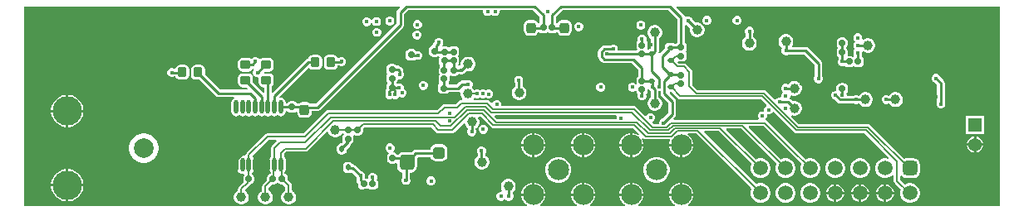
<source format=gbl>
G04*
G04 #@! TF.GenerationSoftware,Altium Limited,Altium Designer,24.10.1 (45)*
G04*
G04 Layer_Physical_Order=6*
G04 Layer_Color=16711680*
%FSAX25Y25*%
%MOIN*%
G70*
G04*
G04 #@! TF.SameCoordinates,EC905C38-5B55-41C3-8357-A0E4B0657E30*
G04*
G04*
G04 #@! TF.FilePolarity,Positive*
G04*
G01*
G75*
%ADD10C,0.00984*%
%ADD16C,0.01000*%
%ADD17C,0.00500*%
G04:AMPARAMS|DCode=25|XSize=37.4mil|YSize=41.34mil|CornerRadius=9.35mil|HoleSize=0mil|Usage=FLASHONLY|Rotation=0.000|XOffset=0mil|YOffset=0mil|HoleType=Round|Shape=RoundedRectangle|*
%AMROUNDEDRECTD25*
21,1,0.03740,0.02264,0,0,0.0*
21,1,0.01870,0.04134,0,0,0.0*
1,1,0.01870,0.00935,-0.01132*
1,1,0.01870,-0.00935,-0.01132*
1,1,0.01870,-0.00935,0.01132*
1,1,0.01870,0.00935,0.01132*
%
%ADD25ROUNDEDRECTD25*%
G04:AMPARAMS|DCode=26|XSize=39.37mil|YSize=35.43mil|CornerRadius=8.86mil|HoleSize=0mil|Usage=FLASHONLY|Rotation=270.000|XOffset=0mil|YOffset=0mil|HoleType=Round|Shape=RoundedRectangle|*
%AMROUNDEDRECTD26*
21,1,0.03937,0.01772,0,0,270.0*
21,1,0.02165,0.03543,0,0,270.0*
1,1,0.01772,-0.00886,-0.01083*
1,1,0.01772,-0.00886,0.01083*
1,1,0.01772,0.00886,0.01083*
1,1,0.01772,0.00886,-0.01083*
%
%ADD26ROUNDEDRECTD26*%
G04:AMPARAMS|DCode=27|XSize=23.62mil|YSize=23.62mil|CornerRadius=5.91mil|HoleSize=0mil|Usage=FLASHONLY|Rotation=270.000|XOffset=0mil|YOffset=0mil|HoleType=Round|Shape=RoundedRectangle|*
%AMROUNDEDRECTD27*
21,1,0.02362,0.01181,0,0,270.0*
21,1,0.01181,0.02362,0,0,270.0*
1,1,0.01181,-0.00591,-0.00591*
1,1,0.01181,-0.00591,0.00591*
1,1,0.01181,0.00591,0.00591*
1,1,0.01181,0.00591,-0.00591*
%
%ADD27ROUNDEDRECTD27*%
G04:AMPARAMS|DCode=29|XSize=25.2mil|YSize=25.2mil|CornerRadius=6.3mil|HoleSize=0mil|Usage=FLASHONLY|Rotation=180.000|XOffset=0mil|YOffset=0mil|HoleType=Round|Shape=RoundedRectangle|*
%AMROUNDEDRECTD29*
21,1,0.02520,0.01260,0,0,180.0*
21,1,0.01260,0.02520,0,0,180.0*
1,1,0.01260,-0.00630,0.00630*
1,1,0.01260,0.00630,0.00630*
1,1,0.01260,0.00630,-0.00630*
1,1,0.01260,-0.00630,-0.00630*
%
%ADD29ROUNDEDRECTD29*%
G04:AMPARAMS|DCode=30|XSize=25.2mil|YSize=25.2mil|CornerRadius=6.3mil|HoleSize=0mil|Usage=FLASHONLY|Rotation=270.000|XOffset=0mil|YOffset=0mil|HoleType=Round|Shape=RoundedRectangle|*
%AMROUNDEDRECTD30*
21,1,0.02520,0.01260,0,0,270.0*
21,1,0.01260,0.02520,0,0,270.0*
1,1,0.01260,-0.00630,-0.00630*
1,1,0.01260,-0.00630,0.00630*
1,1,0.01260,0.00630,0.00630*
1,1,0.01260,0.00630,-0.00630*
%
%ADD30ROUNDEDRECTD30*%
%ADD42O,0.01772X0.05512*%
G04:AMPARAMS|DCode=47|XSize=23.62mil|YSize=23.62mil|CornerRadius=5.91mil|HoleSize=0mil|Usage=FLASHONLY|Rotation=0.000|XOffset=0mil|YOffset=0mil|HoleType=Round|Shape=RoundedRectangle|*
%AMROUNDEDRECTD47*
21,1,0.02362,0.01181,0,0,0.0*
21,1,0.01181,0.02362,0,0,0.0*
1,1,0.01181,0.00591,-0.00591*
1,1,0.01181,-0.00591,-0.00591*
1,1,0.01181,-0.00591,0.00591*
1,1,0.01181,0.00591,0.00591*
%
%ADD47ROUNDEDRECTD47*%
G04:AMPARAMS|DCode=51|XSize=39.37mil|YSize=35.43mil|CornerRadius=8.86mil|HoleSize=0mil|Usage=FLASHONLY|Rotation=0.000|XOffset=0mil|YOffset=0mil|HoleType=Round|Shape=RoundedRectangle|*
%AMROUNDEDRECTD51*
21,1,0.03937,0.01772,0,0,0.0*
21,1,0.02165,0.03543,0,0,0.0*
1,1,0.01772,0.01083,-0.00886*
1,1,0.01772,-0.01083,-0.00886*
1,1,0.01772,-0.01083,0.00886*
1,1,0.01772,0.01083,0.00886*
%
%ADD51ROUNDEDRECTD51*%
%ADD98C,0.01181*%
%ADD102C,0.11811*%
%ADD103C,0.07874*%
%ADD104C,0.08425*%
%ADD105C,0.05386*%
%ADD106R,0.05386X0.05386*%
%ADD107C,0.05906*%
G04:AMPARAMS|DCode=108|XSize=59.06mil|YSize=59.06mil|CornerRadius=14.76mil|HoleSize=0mil|Usage=FLASHONLY|Rotation=180.000|XOffset=0mil|YOffset=0mil|HoleType=Round|Shape=RoundedRectangle|*
%AMROUNDEDRECTD108*
21,1,0.05906,0.02953,0,0,180.0*
21,1,0.02953,0.05906,0,0,180.0*
1,1,0.02953,-0.01476,0.01476*
1,1,0.02953,0.01476,0.01476*
1,1,0.02953,0.01476,-0.01476*
1,1,0.02953,-0.01476,-0.01476*
%
%ADD108ROUNDEDRECTD108*%
%ADD109C,0.01600*%
%ADD110C,0.03937*%
G04:AMPARAMS|DCode=111|XSize=62.99mil|YSize=59.06mil|CornerRadius=14.76mil|HoleSize=0mil|Usage=FLASHONLY|Rotation=270.000|XOffset=0mil|YOffset=0mil|HoleType=Round|Shape=RoundedRectangle|*
%AMROUNDEDRECTD111*
21,1,0.06299,0.02953,0,0,270.0*
21,1,0.03347,0.05906,0,0,270.0*
1,1,0.02953,-0.01476,-0.01673*
1,1,0.02953,-0.01476,0.01673*
1,1,0.02953,0.01476,0.01673*
1,1,0.02953,0.01476,-0.01673*
%
%ADD111ROUNDEDRECTD111*%
G04:AMPARAMS|DCode=112|XSize=47.24mil|YSize=47.24mil|CornerRadius=11.81mil|HoleSize=0mil|Usage=FLASHONLY|Rotation=270.000|XOffset=0mil|YOffset=0mil|HoleType=Round|Shape=RoundedRectangle|*
%AMROUNDEDRECTD112*
21,1,0.04724,0.02362,0,0,270.0*
21,1,0.02362,0.04724,0,0,270.0*
1,1,0.02362,-0.01181,-0.01181*
1,1,0.02362,-0.01181,0.01181*
1,1,0.02362,0.01181,0.01181*
1,1,0.02362,0.01181,-0.01181*
%
%ADD112ROUNDEDRECTD112*%
G04:AMPARAMS|DCode=113|XSize=18.5mil|YSize=23.62mil|CornerRadius=4.63mil|HoleSize=0mil|Usage=FLASHONLY|Rotation=270.000|XOffset=0mil|YOffset=0mil|HoleType=Round|Shape=RoundedRectangle|*
%AMROUNDEDRECTD113*
21,1,0.01850,0.01437,0,0,270.0*
21,1,0.00925,0.02362,0,0,270.0*
1,1,0.00925,-0.00719,-0.00463*
1,1,0.00925,-0.00719,0.00463*
1,1,0.00925,0.00719,0.00463*
1,1,0.00925,0.00719,-0.00463*
%
%ADD113ROUNDEDRECTD113*%
G04:AMPARAMS|DCode=114|XSize=18.5mil|YSize=23.62mil|CornerRadius=4.63mil|HoleSize=0mil|Usage=FLASHONLY|Rotation=0.000|XOffset=0mil|YOffset=0mil|HoleType=Round|Shape=RoundedRectangle|*
%AMROUNDEDRECTD114*
21,1,0.01850,0.01437,0,0,0.0*
21,1,0.00925,0.02362,0,0,0.0*
1,1,0.00925,0.00463,-0.00719*
1,1,0.00925,-0.00463,-0.00719*
1,1,0.00925,-0.00463,0.00719*
1,1,0.00925,0.00463,0.00719*
%
%ADD114ROUNDEDRECTD114*%
G36*
X0392497Y0001204D02*
X0267479D01*
X0267345Y0001704D01*
X0267679Y0001897D01*
X0268576Y0002793D01*
X0269209Y0003890D01*
X0269537Y0005114D01*
Y0005248D01*
X0259912D01*
Y0005114D01*
X0260240Y0003890D01*
X0260873Y0002793D01*
X0261769Y0001897D01*
X0262103Y0001704D01*
X0261969Y0001204D01*
X0247480D01*
X0247345Y0001704D01*
X0247679Y0001897D01*
X0248575Y0002793D01*
X0249209Y0003890D01*
X0249537Y0005114D01*
Y0005248D01*
X0239912D01*
Y0005114D01*
X0240240Y0003890D01*
X0240873Y0002793D01*
X0241769Y0001897D01*
X0242103Y0001704D01*
X0241969Y0001204D01*
X0228109D01*
X0227975Y0001704D01*
X0228309Y0001897D01*
X0229205Y0002793D01*
X0229839Y0003890D01*
X0230167Y0005114D01*
Y0005248D01*
X0220542D01*
Y0005114D01*
X0220870Y0003890D01*
X0221503Y0002793D01*
X0222399Y0001897D01*
X0222733Y0001704D01*
X0222599Y0001204D01*
X0208109D01*
X0207975Y0001704D01*
X0208309Y0001897D01*
X0209205Y0002793D01*
X0209839Y0003890D01*
X0210167Y0005114D01*
Y0005248D01*
X0200542D01*
Y0005114D01*
X0200870Y0003890D01*
X0201503Y0002793D01*
X0202399Y0001897D01*
X0202733Y0001704D01*
X0202599Y0001204D01*
X0001204D01*
Y0081658D01*
X0151676D01*
X0151867Y0081196D01*
X0150887Y0080215D01*
X0150556Y0079719D01*
X0150439Y0079134D01*
Y0074926D01*
X0117987Y0042474D01*
X0115922D01*
X0115913Y0042488D01*
X0115273Y0042915D01*
X0114518Y0043066D01*
X0112648D01*
X0111893Y0042915D01*
X0111439Y0042612D01*
X0110552D01*
X0110368Y0042888D01*
X0109829Y0043248D01*
X0109193Y0043374D01*
X0107933D01*
X0107297Y0043248D01*
X0106758Y0042888D01*
X0106574Y0042612D01*
X0105958D01*
Y0042913D01*
X0105812Y0043649D01*
X0105395Y0044273D01*
X0104771Y0044690D01*
X0104035Y0044836D01*
X0103752Y0044780D01*
X0103506Y0045241D01*
X0115014Y0056749D01*
X0115512Y0056700D01*
X0115569Y0056613D01*
X0116193Y0056196D01*
X0116929Y0056050D01*
X0118701D01*
X0119437Y0056196D01*
X0120060Y0056613D01*
X0120477Y0057237D01*
X0120624Y0057972D01*
Y0060138D01*
X0120477Y0060874D01*
X0120060Y0061497D01*
X0119437Y0061914D01*
X0118701Y0062061D01*
X0116929D01*
X0116193Y0061914D01*
X0115569Y0061497D01*
X0115153Y0060874D01*
X0115088Y0060548D01*
X0114544Y0060440D01*
X0114048Y0060108D01*
X0100909Y0046969D01*
X0100447Y0047161D01*
Y0049377D01*
X0100671Y0049526D01*
X0101087Y0050150D01*
X0101234Y0050886D01*
Y0052658D01*
X0101087Y0053393D01*
X0100671Y0054017D01*
X0100047Y0054434D01*
X0099311Y0054580D01*
X0097549D01*
X0097403Y0054740D01*
X0097298Y0055080D01*
X0097474Y0055262D01*
X0099311D01*
X0100047Y0055409D01*
X0100671Y0055825D01*
X0101087Y0056449D01*
X0101234Y0057185D01*
Y0058957D01*
X0101087Y0059693D01*
X0100671Y0060316D01*
X0100047Y0060733D01*
X0099311Y0060879D01*
X0097146D01*
X0096410Y0060733D01*
X0095943Y0060422D01*
X0095592Y0060387D01*
X0095302Y0060492D01*
X0094917Y0060876D01*
X0094256Y0061150D01*
X0093540D01*
X0092878Y0060876D01*
X0092646Y0060644D01*
X0092364Y0060374D01*
X0091921Y0060573D01*
X0091681Y0060733D01*
X0090945Y0060879D01*
X0088779D01*
X0088044Y0060733D01*
X0087420Y0060316D01*
X0087003Y0059693D01*
X0086857Y0058957D01*
Y0057185D01*
X0087003Y0056449D01*
X0087420Y0055825D01*
X0088044Y0055409D01*
X0088779Y0055262D01*
X0090945D01*
X0091681Y0055409D01*
X0092304Y0055825D01*
X0092721Y0056449D01*
X0092732Y0056501D01*
X0092948Y0056535D01*
X0093186Y0056066D01*
X0093061Y0055941D01*
X0092787Y0055279D01*
Y0054563D01*
X0093061Y0053902D01*
X0093567Y0053395D01*
X0094229Y0053121D01*
X0094805D01*
X0095240Y0052744D01*
X0095223Y0052658D01*
Y0050886D01*
X0095369Y0050150D01*
X0095786Y0049526D01*
X0096410Y0049109D01*
X0097146Y0048963D01*
X0097388D01*
Y0047062D01*
X0096926Y0046871D01*
X0092868Y0050929D01*
Y0052658D01*
X0092721Y0053393D01*
X0092304Y0054017D01*
X0091681Y0054434D01*
X0090945Y0054580D01*
X0088779D01*
X0088044Y0054434D01*
X0087420Y0054017D01*
X0087003Y0053393D01*
X0086857Y0052658D01*
Y0050886D01*
X0087003Y0050150D01*
X0087420Y0049526D01*
X0088044Y0049109D01*
X0088779Y0048963D01*
X0090491D01*
X0090764Y0048629D01*
X0090572Y0048183D01*
X0079669D01*
X0073675Y0054177D01*
Y0056102D01*
X0073528Y0056838D01*
X0073112Y0057462D01*
X0072488Y0057879D01*
X0071752Y0058025D01*
X0069980D01*
X0069244Y0057879D01*
X0068621Y0057462D01*
X0068204Y0056838D01*
X0068058Y0056102D01*
Y0053937D01*
X0068204Y0053201D01*
X0068621Y0052577D01*
X0069244Y0052161D01*
X0069980Y0052014D01*
X0071512D01*
X0077954Y0045572D01*
X0078450Y0045241D01*
X0079036Y0045124D01*
X0085202D01*
X0085288Y0044624D01*
X0084762Y0044273D01*
X0084346Y0043649D01*
X0084199Y0042913D01*
Y0039173D01*
X0084346Y0038437D01*
X0084762Y0037814D01*
X0085386Y0037397D01*
X0086122Y0037251D01*
X0086858Y0037397D01*
X0087402Y0037760D01*
X0087945Y0037397D01*
X0088681Y0037251D01*
X0089417Y0037397D01*
X0089961Y0037760D01*
X0090504Y0037397D01*
X0091240Y0037251D01*
X0091976Y0037397D01*
X0092520Y0037760D01*
X0093063Y0037397D01*
X0093799Y0037251D01*
X0094535Y0037397D01*
X0095079Y0037760D01*
X0095622Y0037397D01*
X0096358Y0037251D01*
X0097094Y0037397D01*
X0097638Y0037760D01*
X0098181Y0037397D01*
X0098917Y0037251D01*
X0099653Y0037397D01*
X0100197Y0037760D01*
X0100741Y0037397D01*
X0101476Y0037251D01*
X0102212Y0037397D01*
X0102756Y0037760D01*
X0103300Y0037397D01*
X0104035Y0037251D01*
X0104771Y0037397D01*
X0105395Y0037814D01*
X0105812Y0038437D01*
X0105958Y0039173D01*
Y0039553D01*
X0106574D01*
X0106758Y0039278D01*
X0107297Y0038917D01*
X0107933Y0038791D01*
X0109193D01*
X0109829Y0038917D01*
X0110175Y0039149D01*
X0110675Y0038905D01*
Y0038829D01*
X0110825Y0038074D01*
X0111252Y0037434D01*
X0111893Y0037006D01*
X0112648Y0036856D01*
X0114518D01*
X0115273Y0037006D01*
X0115913Y0037434D01*
X0116340Y0038074D01*
X0116491Y0038829D01*
Y0039415D01*
X0118621D01*
X0119206Y0039532D01*
X0119702Y0039863D01*
X0153050Y0073211D01*
X0153382Y0073707D01*
X0153498Y0074293D01*
Y0078500D01*
X0155145Y0080148D01*
X0185033D01*
X0185208Y0079886D01*
Y0079169D01*
X0185482Y0078508D01*
X0185988Y0078002D01*
X0186650Y0077728D01*
X0187366D01*
X0188028Y0078002D01*
X0188533Y0078508D01*
X0189040Y0078002D01*
X0189701Y0077728D01*
X0190417D01*
X0191079Y0078002D01*
X0191585Y0078508D01*
X0191859Y0079169D01*
Y0079886D01*
X0192034Y0080148D01*
X0205189D01*
X0207821Y0077516D01*
Y0075109D01*
X0207343Y0074854D01*
X0207117Y0074926D01*
X0206759Y0075460D01*
X0206119Y0075888D01*
X0205364Y0076038D01*
X0203494D01*
X0202739Y0075888D01*
X0202099Y0075460D01*
X0201671Y0074820D01*
X0201521Y0074065D01*
Y0071801D01*
X0201671Y0071046D01*
X0202099Y0070406D01*
X0202739Y0069978D01*
X0203494Y0069828D01*
X0205364D01*
X0206119Y0069978D01*
X0206759Y0070406D01*
X0207187Y0071046D01*
X0207303Y0071114D01*
X0207731Y0071216D01*
X0208139Y0070943D01*
X0208760Y0070819D01*
X0209941D01*
X0210561Y0070943D01*
X0211088Y0071294D01*
X0211156D01*
X0211683Y0070943D01*
X0212303Y0070819D01*
X0213484D01*
X0214105Y0070943D01*
X0214514Y0071216D01*
X0214941Y0071114D01*
X0215057Y0071046D01*
X0215485Y0070406D01*
X0216125Y0069978D01*
X0216880Y0069828D01*
X0218750D01*
X0219505Y0069978D01*
X0220145Y0070406D01*
X0220573Y0071046D01*
X0220723Y0071801D01*
Y0074065D01*
X0220573Y0074820D01*
X0220145Y0075460D01*
X0219505Y0075888D01*
X0218750Y0076038D01*
X0216880D01*
X0216125Y0075888D01*
X0215485Y0075460D01*
X0215128Y0074926D01*
X0214901Y0074854D01*
X0214423Y0075109D01*
Y0077516D01*
X0217055Y0080148D01*
X0259422D01*
X0263038Y0076532D01*
Y0067034D01*
X0262830Y0066895D01*
X0262625Y0066588D01*
X0261942D01*
X0261624Y0066801D01*
X0261053Y0066914D01*
X0259616D01*
X0259046Y0066801D01*
X0258562Y0066478D01*
X0258238Y0065994D01*
X0258125Y0065423D01*
Y0064914D01*
X0255988Y0062777D01*
X0255631Y0062909D01*
X0255521Y0062994D01*
X0255593Y0063355D01*
Y0068535D01*
X0255858Y0068688D01*
X0256411Y0069240D01*
X0256802Y0069917D01*
X0257004Y0070672D01*
Y0071454D01*
X0256802Y0072209D01*
X0256411Y0072886D01*
X0255858Y0073438D01*
X0255181Y0073829D01*
X0254426Y0074032D01*
X0253645D01*
X0252890Y0073829D01*
X0252213Y0073438D01*
X0251660Y0072886D01*
X0251269Y0072209D01*
X0251067Y0071454D01*
Y0070672D01*
X0251269Y0069917D01*
X0251660Y0069240D01*
X0252213Y0068688D01*
X0252534Y0068502D01*
Y0064355D01*
X0252136D01*
X0251565Y0064242D01*
X0251453Y0064167D01*
X0251249Y0064215D01*
X0251006Y0064734D01*
X0251130Y0065354D01*
Y0066535D01*
X0251006Y0067156D01*
X0250655Y0067682D01*
X0250585Y0067729D01*
X0250717Y0068047D01*
Y0068764D01*
X0250443Y0069425D01*
X0249937Y0069932D01*
X0249275Y0070205D01*
X0248559D01*
X0247898Y0069932D01*
X0247391Y0069425D01*
X0247117Y0068764D01*
Y0068047D01*
X0247249Y0067729D01*
X0247180Y0067682D01*
X0246829Y0067156D01*
X0246705Y0066535D01*
Y0065354D01*
X0246829Y0064734D01*
X0247031Y0064431D01*
X0246764Y0063931D01*
X0239256D01*
X0239202Y0064012D01*
Y0064728D01*
X0238928Y0065390D01*
X0238421Y0065896D01*
X0237760Y0066170D01*
X0237044D01*
X0236390Y0065899D01*
X0233858D01*
X0233273Y0065783D01*
X0232777Y0065452D01*
X0231694Y0064369D01*
X0231363Y0063873D01*
X0231246Y0063287D01*
Y0061417D01*
X0231363Y0060832D01*
X0231694Y0060336D01*
X0232777Y0059253D01*
X0233273Y0058922D01*
X0233858Y0058805D01*
X0244741D01*
X0247388Y0056158D01*
Y0053451D01*
X0247180Y0053312D01*
X0246829Y0052786D01*
X0246705Y0052165D01*
Y0050984D01*
X0246790Y0050557D01*
X0246329Y0050311D01*
X0246098Y0050542D01*
X0245437Y0050816D01*
X0244721D01*
X0244059Y0050542D01*
X0243553Y0050035D01*
X0243279Y0049374D01*
Y0048658D01*
X0243553Y0047996D01*
X0244059Y0047490D01*
X0244721Y0047216D01*
X0245437D01*
X0246098Y0047490D01*
X0246205Y0047596D01*
X0246587Y0047478D01*
X0246714Y0047398D01*
X0246829Y0046820D01*
X0247180Y0046294D01*
X0247250Y0046248D01*
X0247117Y0045929D01*
Y0045213D01*
X0247391Y0044551D01*
X0247898Y0044045D01*
X0248559Y0043771D01*
X0249275D01*
X0249937Y0044045D01*
X0250443Y0044551D01*
X0250717Y0045213D01*
Y0045929D01*
X0250585Y0046248D01*
X0250655Y0046294D01*
X0251006Y0046820D01*
X0251130Y0047441D01*
Y0048079D01*
X0251595Y0048186D01*
X0251630Y0048187D01*
X0252130Y0047687D01*
X0252506Y0047531D01*
Y0045064D01*
X0252213Y0044895D01*
X0251660Y0044342D01*
X0251269Y0043666D01*
X0251067Y0042911D01*
Y0042129D01*
X0251269Y0041374D01*
X0251660Y0040697D01*
X0252213Y0040144D01*
X0252890Y0039753D01*
X0253645Y0039551D01*
X0254426D01*
X0255181Y0039753D01*
X0255858Y0040144D01*
X0256411Y0040697D01*
X0256802Y0041374D01*
X0257004Y0042129D01*
Y0042911D01*
X0256802Y0043666D01*
X0256411Y0044342D01*
X0255858Y0044895D01*
X0255565Y0045064D01*
Y0047413D01*
X0256264D01*
X0256345Y0047358D01*
Y0046457D01*
X0256461Y0045871D01*
X0256793Y0045375D01*
X0259494Y0042674D01*
Y0038724D01*
X0257212Y0036442D01*
X0256559Y0036172D01*
X0256053Y0035665D01*
X0255779Y0035004D01*
Y0034288D01*
X0255686Y0034148D01*
X0253579D01*
X0253007Y0034721D01*
X0253105Y0035211D01*
X0253283Y0035285D01*
X0253790Y0035791D01*
X0254064Y0036453D01*
Y0037169D01*
X0253790Y0037831D01*
X0253283Y0038337D01*
X0252622Y0038611D01*
X0251906D01*
X0251244Y0038337D01*
X0250738Y0037831D01*
X0250664Y0037652D01*
X0250173Y0037554D01*
X0246570Y0041157D01*
X0246157Y0041433D01*
X0245669Y0041530D01*
X0192608D01*
X0192450Y0041768D01*
Y0042484D01*
X0192176Y0043146D01*
X0191669Y0043652D01*
X0191008Y0043926D01*
X0190292D01*
X0189630Y0043652D01*
X0189124Y0043146D01*
X0188998Y0042842D01*
X0188408Y0042725D01*
X0187614Y0043519D01*
X0187200Y0043796D01*
X0186713Y0043893D01*
X0181475D01*
X0181268Y0044393D01*
X0181378Y0044503D01*
X0181756Y0044832D01*
X0182418Y0044558D01*
X0183134D01*
X0183795Y0044832D01*
X0183926Y0044963D01*
X0184056Y0044832D01*
X0184718Y0044558D01*
X0185434D01*
X0186095Y0044832D01*
X0186217Y0044954D01*
X0186356Y0044814D01*
X0187018Y0044540D01*
X0187734D01*
X0188395Y0044814D01*
X0188901Y0045321D01*
X0189175Y0045982D01*
Y0046698D01*
X0188901Y0047360D01*
X0188395Y0047866D01*
X0187734Y0048140D01*
X0187018D01*
X0186356Y0047866D01*
X0186234Y0047745D01*
X0186095Y0047884D01*
X0185434Y0048158D01*
X0184718D01*
X0184056Y0047884D01*
X0183926Y0047754D01*
X0183795Y0047884D01*
X0183134Y0048158D01*
X0182418D01*
X0181756Y0047884D01*
X0181568Y0047909D01*
X0181411Y0048181D01*
X0180858Y0048734D01*
X0180707Y0048821D01*
X0180660Y0049177D01*
X0180934Y0049839D01*
Y0050555D01*
X0180660Y0051217D01*
X0180154Y0051723D01*
X0179492Y0051997D01*
X0178776D01*
X0178122Y0051726D01*
X0176673D01*
X0176088Y0051610D01*
X0175592Y0051278D01*
X0174504Y0050191D01*
X0171570D01*
X0171260Y0050642D01*
X0171375Y0050947D01*
X0171577Y0051249D01*
X0171701Y0051870D01*
Y0053051D01*
X0171616Y0053475D01*
X0172060Y0053780D01*
X0172061Y0053780D01*
X0172697Y0053653D01*
X0173957D01*
X0174593Y0053780D01*
X0175132Y0054140D01*
X0175336Y0054445D01*
X0175339D01*
X0175921Y0054204D01*
X0176638D01*
X0177299Y0054478D01*
X0177638Y0054817D01*
X0177968Y0055037D01*
X0178416Y0055485D01*
X0178743Y0055398D01*
X0179525D01*
X0180280Y0055600D01*
X0180957Y0055991D01*
X0181509Y0056543D01*
X0181900Y0057220D01*
X0182102Y0057975D01*
Y0058757D01*
X0181900Y0059512D01*
X0181509Y0060189D01*
X0180957Y0060742D01*
X0180280Y0061132D01*
X0179525Y0061335D01*
X0178743D01*
X0177988Y0061132D01*
X0177311Y0060742D01*
X0176759Y0060189D01*
X0176368Y0059512D01*
X0176165Y0058757D01*
Y0057975D01*
X0176065Y0057845D01*
X0175542Y0057754D01*
X0175195Y0058044D01*
X0175244Y0058276D01*
X0175416Y0058533D01*
X0175539Y0059153D01*
Y0060335D01*
X0175416Y0060955D01*
X0175064Y0061481D01*
Y0061550D01*
X0175416Y0062076D01*
X0175539Y0062697D01*
Y0063878D01*
X0175416Y0064499D01*
X0175064Y0065025D01*
X0174538Y0065376D01*
X0173917Y0065500D01*
X0172736D01*
X0172116Y0065376D01*
X0171590Y0065025D01*
X0171092Y0065180D01*
X0170798Y0065376D01*
X0170177Y0065500D01*
X0169048D01*
X0168950Y0065620D01*
X0168814Y0065973D01*
X0168947Y0066106D01*
X0169221Y0066768D01*
Y0067484D01*
X0168947Y0068146D01*
X0168441Y0068652D01*
X0167779Y0068926D01*
X0167063D01*
X0166402Y0068652D01*
X0165895Y0068146D01*
X0165621Y0067484D01*
Y0067326D01*
X0165346Y0067052D01*
X0165015Y0066555D01*
X0164898Y0065970D01*
Y0065772D01*
X0164482Y0065689D01*
X0163943Y0065329D01*
X0163583Y0064789D01*
X0163456Y0064153D01*
Y0062894D01*
X0163583Y0062258D01*
X0163943Y0061719D01*
X0164482Y0061358D01*
X0165118Y0061232D01*
X0166378D01*
X0167014Y0061358D01*
X0167288Y0061542D01*
X0167649Y0061181D01*
X0167498Y0060955D01*
X0167374Y0060335D01*
Y0059154D01*
X0167498Y0058533D01*
X0167664Y0058284D01*
X0167751Y0057741D01*
X0167399Y0057215D01*
X0167276Y0056595D01*
Y0055413D01*
X0167399Y0054793D01*
X0167751Y0054267D01*
Y0054198D01*
X0167399Y0053672D01*
X0167276Y0053051D01*
Y0051870D01*
X0167399Y0051249D01*
X0167541Y0051038D01*
X0167585Y0050466D01*
X0167225Y0049927D01*
X0167098Y0049291D01*
Y0048031D01*
X0167225Y0047396D01*
X0167585Y0046856D01*
X0168124Y0046496D01*
X0168760Y0046370D01*
X0170020D01*
X0170656Y0046496D01*
X0171195Y0046856D01*
X0171379Y0047132D01*
X0175138D01*
X0175681Y0047240D01*
X0175858Y0047128D01*
X0176109Y0046905D01*
X0176067Y0046749D01*
Y0045968D01*
X0176269Y0045213D01*
X0176660Y0044536D01*
X0176803Y0044393D01*
X0176596Y0043893D01*
X0176378D01*
X0175890Y0043796D01*
X0175477Y0043519D01*
X0174177Y0042219D01*
X0169587D01*
X0169099Y0042122D01*
X0168685Y0041846D01*
X0166697Y0039857D01*
X0123130D01*
X0122642Y0039760D01*
X0122229Y0039484D01*
X0113153Y0030408D01*
X0098622D01*
X0098134Y0030311D01*
X0097721Y0030035D01*
X0090339Y0022653D01*
X0090063Y0022240D01*
X0089966Y0021752D01*
Y0021696D01*
X0089466Y0021429D01*
X0089417Y0021462D01*
X0088681Y0021608D01*
X0087945Y0021462D01*
X0087322Y0021045D01*
X0086905Y0020421D01*
X0086758Y0019685D01*
Y0015945D01*
X0086905Y0015209D01*
X0087322Y0014585D01*
X0087945Y0014168D01*
X0088681Y0014022D01*
X0088959Y0014077D01*
X0089260Y0013627D01*
X0089053Y0013317D01*
X0088929Y0012697D01*
Y0011516D01*
X0089053Y0010895D01*
X0089077Y0010859D01*
X0087288Y0009070D01*
X0087011Y0008657D01*
X0086914Y0008169D01*
Y0007515D01*
X0086366Y0007198D01*
X0085814Y0006645D01*
X0085423Y0005969D01*
X0085220Y0005214D01*
Y0004432D01*
X0085423Y0003677D01*
X0085814Y0003000D01*
X0086366Y0002447D01*
X0087043Y0002057D01*
X0087798Y0001854D01*
X0088580D01*
X0089335Y0002057D01*
X0090012Y0002447D01*
X0090564Y0003000D01*
X0090955Y0003677D01*
X0091158Y0004432D01*
Y0005214D01*
X0090955Y0005969D01*
X0090564Y0006645D01*
X0090012Y0007198D01*
X0089832Y0007302D01*
X0089749Y0007927D01*
X0091497Y0009674D01*
X0091643Y0009894D01*
X0091732D01*
X0092353Y0010018D01*
X0092879Y0010369D01*
X0093231Y0010895D01*
X0093354Y0011516D01*
Y0012697D01*
X0093231Y0013317D01*
X0092879Y0013844D01*
X0092575Y0014046D01*
Y0014569D01*
X0092600Y0014585D01*
X0093017Y0015209D01*
X0093163Y0015945D01*
Y0019685D01*
X0093017Y0020421D01*
X0092600Y0021045D01*
X0092802Y0021511D01*
X0099150Y0027859D01*
X0102220D01*
X0102427Y0027359D01*
X0100575Y0025508D01*
X0100299Y0025094D01*
X0100202Y0024606D01*
Y0021102D01*
X0100117Y0021045D01*
X0099700Y0020421D01*
X0099554Y0019685D01*
Y0015945D01*
X0099700Y0015209D01*
X0099959Y0014822D01*
Y0014271D01*
X0099576Y0014195D01*
X0099050Y0013844D01*
X0098699Y0013317D01*
X0098575Y0012697D01*
Y0011654D01*
X0096934Y0010012D01*
X0096657Y0009598D01*
X0096560Y0009111D01*
Y0007515D01*
X0096012Y0007198D01*
X0095459Y0006645D01*
X0095068Y0005969D01*
X0094866Y0005214D01*
Y0004432D01*
X0095068Y0003677D01*
X0095459Y0003000D01*
X0096012Y0002447D01*
X0096689Y0002057D01*
X0097444Y0001854D01*
X0098225D01*
X0098980Y0002057D01*
X0099657Y0002447D01*
X0100210Y0003000D01*
X0100601Y0003677D01*
X0100803Y0004432D01*
Y0005214D01*
X0100601Y0005969D01*
X0100210Y0006645D01*
X0099657Y0007198D01*
X0099109Y0007515D01*
Y0008583D01*
X0100420Y0009894D01*
X0101378D01*
X0101999Y0010018D01*
X0102525Y0010369D01*
X0102590Y0010467D01*
X0102790D01*
X0103316Y0010116D01*
X0103937Y0009992D01*
X0104894D01*
X0105911Y0008976D01*
Y0007515D01*
X0105362Y0007198D01*
X0104810Y0006645D01*
X0104419Y0005969D01*
X0104217Y0005214D01*
Y0004432D01*
X0104419Y0003677D01*
X0104810Y0003000D01*
X0105362Y0002447D01*
X0106039Y0002057D01*
X0106794Y0001854D01*
X0107576D01*
X0108331Y0002057D01*
X0109008Y0002447D01*
X0109560Y0003000D01*
X0109951Y0003677D01*
X0110153Y0004432D01*
Y0005214D01*
X0109951Y0005969D01*
X0109560Y0006645D01*
X0109008Y0007198D01*
X0108459Y0007515D01*
Y0009504D01*
X0108362Y0009992D01*
X0108086Y0010406D01*
X0106740Y0011752D01*
Y0012795D01*
X0106616Y0013416D01*
X0106265Y0013942D01*
X0105739Y0014293D01*
X0105553Y0014330D01*
Y0014822D01*
X0105812Y0015209D01*
X0105958Y0015945D01*
Y0019685D01*
X0105812Y0020421D01*
X0105395Y0021045D01*
X0105310Y0021102D01*
Y0022110D01*
X0106237Y0023036D01*
X0113976D01*
X0114464Y0023133D01*
X0114878Y0023410D01*
X0122499Y0031031D01*
X0123056Y0030882D01*
X0123120Y0030645D01*
X0123510Y0029969D01*
X0124063Y0029416D01*
X0124740Y0029025D01*
X0125495Y0028823D01*
X0126277D01*
X0127032Y0029025D01*
X0127708Y0029416D01*
X0128261Y0029969D01*
X0128458Y0030309D01*
X0128969Y0030344D01*
X0129267Y0030009D01*
Y0029985D01*
X0128915Y0029459D01*
X0128792Y0028839D01*
Y0027657D01*
X0128915Y0027037D01*
X0128939Y0027001D01*
X0128361Y0026422D01*
X0127982D01*
X0127412Y0026309D01*
X0126928Y0025986D01*
X0126605Y0025502D01*
X0126491Y0024931D01*
Y0023494D01*
X0126605Y0022923D01*
X0126928Y0022440D01*
X0127412Y0022116D01*
X0127982Y0022003D01*
X0128908D01*
X0129478Y0022116D01*
X0129962Y0022440D01*
X0130285Y0022923D01*
X0130399Y0023494D01*
Y0023873D01*
X0131809Y0025283D01*
X0132161Y0025809D01*
X0132232Y0026171D01*
X0132741Y0026511D01*
X0133093Y0027037D01*
X0133216Y0027657D01*
Y0028839D01*
X0133107Y0029386D01*
X0133277Y0029572D01*
X0133513Y0029716D01*
X0133533Y0029702D01*
X0134154Y0029579D01*
X0135335D01*
X0135955Y0029702D01*
X0136481Y0030054D01*
X0136833Y0030580D01*
X0136956Y0031201D01*
Y0032201D01*
X0137520Y0032765D01*
X0164412D01*
X0166287Y0030890D01*
X0166700Y0030614D01*
X0167188Y0030517D01*
X0172736D01*
X0173224Y0030614D01*
X0173637Y0030890D01*
X0177259Y0034512D01*
X0177817Y0034363D01*
X0177943Y0033894D01*
X0178333Y0033217D01*
X0178886Y0032664D01*
X0179179Y0032495D01*
Y0032114D01*
X0178909Y0031460D01*
Y0030744D01*
X0179183Y0030083D01*
X0179689Y0029576D01*
X0180351Y0029302D01*
X0181067D01*
X0181728Y0029576D01*
X0182235Y0030083D01*
X0182509Y0030744D01*
Y0031460D01*
X0182238Y0032114D01*
Y0032495D01*
X0182531Y0032664D01*
X0183084Y0033217D01*
X0183475Y0033894D01*
X0183677Y0034649D01*
Y0035430D01*
X0183475Y0036185D01*
X0183199Y0036663D01*
X0183451Y0037163D01*
X0184165D01*
X0188288Y0033040D01*
X0188701Y0032763D01*
X0189189Y0032666D01*
X0245157D01*
X0247603Y0030220D01*
X0247296Y0029820D01*
X0246582Y0030233D01*
X0245358Y0030561D01*
X0245224D01*
Y0026248D01*
X0249537D01*
Y0026382D01*
X0249209Y0027606D01*
X0248797Y0028320D01*
X0249197Y0028627D01*
X0249394Y0028429D01*
X0249808Y0028153D01*
X0250295Y0028056D01*
X0260000D01*
X0260192Y0027724D01*
X0260226Y0027556D01*
X0259912Y0026382D01*
Y0026248D01*
X0269537D01*
Y0026382D01*
X0269209Y0027606D01*
X0268576Y0028703D01*
X0267679Y0029599D01*
X0267154Y0029903D01*
X0267287Y0030403D01*
X0270684D01*
X0292871Y0008216D01*
X0292741Y0007990D01*
X0292471Y0006985D01*
Y0005944D01*
X0292741Y0004939D01*
X0293261Y0004038D01*
X0293997Y0003302D01*
X0294898Y0002781D01*
X0295904Y0002512D01*
X0296944D01*
X0297950Y0002781D01*
X0298851Y0003302D01*
X0299587Y0004038D01*
X0300107Y0004939D01*
X0300377Y0005944D01*
Y0006985D01*
X0300107Y0007990D01*
X0299587Y0008892D01*
X0298851Y0009628D01*
X0297950Y0010148D01*
X0296944Y0010417D01*
X0295904D01*
X0294898Y0010148D01*
X0294673Y0010018D01*
X0273750Y0030941D01*
X0273942Y0031403D01*
X0279636D01*
X0292871Y0018168D01*
X0292741Y0017943D01*
X0292471Y0016938D01*
Y0015897D01*
X0292741Y0014892D01*
X0293261Y0013990D01*
X0293997Y0013254D01*
X0294898Y0012734D01*
X0295904Y0012465D01*
X0296944D01*
X0297950Y0012734D01*
X0298851Y0013254D01*
X0299587Y0013990D01*
X0300107Y0014892D01*
X0300377Y0015897D01*
Y0016938D01*
X0300107Y0017943D01*
X0299587Y0018844D01*
X0298851Y0019580D01*
X0297950Y0020101D01*
X0296944Y0020370D01*
X0295904D01*
X0294898Y0020101D01*
X0294673Y0019971D01*
X0282703Y0031941D01*
X0282894Y0032403D01*
X0288637D01*
X0302871Y0018168D01*
X0302741Y0017943D01*
X0302472Y0016938D01*
Y0015897D01*
X0302741Y0014892D01*
X0303261Y0013990D01*
X0303997Y0013254D01*
X0304899Y0012734D01*
X0305904Y0012465D01*
X0306945D01*
X0307950Y0012734D01*
X0308851Y0013254D01*
X0309587Y0013990D01*
X0310108Y0014892D01*
X0310377Y0015897D01*
Y0016938D01*
X0310108Y0017943D01*
X0309587Y0018844D01*
X0308851Y0019580D01*
X0307950Y0020101D01*
X0306945Y0020370D01*
X0305904D01*
X0304899Y0020101D01*
X0304673Y0019971D01*
X0291703Y0032941D01*
X0291895Y0033403D01*
X0297590D01*
X0307645Y0023348D01*
X0307645Y0023348D01*
X0312825Y0018168D01*
X0312695Y0017943D01*
X0312425Y0016938D01*
Y0015897D01*
X0312695Y0014892D01*
X0313215Y0013990D01*
X0313951Y0013254D01*
X0314852Y0012734D01*
X0315858Y0012465D01*
X0316898D01*
X0317904Y0012734D01*
X0318805Y0013254D01*
X0319541Y0013990D01*
X0320061Y0014892D01*
X0320331Y0015897D01*
Y0016938D01*
X0320061Y0017943D01*
X0319541Y0018844D01*
X0318805Y0019580D01*
X0317904Y0020101D01*
X0316898Y0020370D01*
X0315858D01*
X0314852Y0020101D01*
X0314627Y0019971D01*
X0309448Y0025150D01*
X0309448Y0025150D01*
X0299019Y0035578D01*
X0298694Y0035795D01*
X0298580Y0036180D01*
X0298565Y0036373D01*
X0298672Y0036480D01*
X0298946Y0037141D01*
Y0037770D01*
X0299197Y0038041D01*
X0299361Y0038161D01*
X0300024D01*
X0300686Y0038435D01*
X0301192Y0038941D01*
X0301221Y0039010D01*
X0301711Y0039107D01*
X0309928Y0030890D01*
X0310342Y0030614D01*
X0310830Y0030517D01*
X0338153D01*
X0347998Y0020672D01*
X0347981Y0020595D01*
X0347395Y0020237D01*
X0346898Y0020370D01*
X0345858D01*
X0344852Y0020101D01*
X0343951Y0019580D01*
X0343215Y0018844D01*
X0342695Y0017943D01*
X0342425Y0016938D01*
Y0015897D01*
X0342695Y0014892D01*
X0343215Y0013990D01*
X0343951Y0013254D01*
X0344852Y0012734D01*
X0345858Y0012465D01*
X0346898D01*
X0347904Y0012734D01*
X0348805Y0013254D01*
X0349407Y0013856D01*
X0349907Y0013666D01*
Y0011220D01*
X0350004Y0010733D01*
X0350280Y0010319D01*
X0352687Y0007913D01*
X0352425Y0006938D01*
Y0005897D01*
X0352695Y0004892D01*
X0353215Y0003990D01*
X0353951Y0003254D01*
X0354852Y0002734D01*
X0355858Y0002465D01*
X0356898D01*
X0357904Y0002734D01*
X0358805Y0003254D01*
X0359541Y0003990D01*
X0360061Y0004892D01*
X0360331Y0005897D01*
Y0006938D01*
X0360061Y0007943D01*
X0359541Y0008844D01*
X0358805Y0009580D01*
X0357904Y0010101D01*
X0356898Y0010370D01*
X0355858D01*
X0354852Y0010101D01*
X0354377Y0009827D01*
X0352456Y0011748D01*
Y0013244D01*
X0352956Y0013396D01*
X0353116Y0013156D01*
X0353935Y0012608D01*
X0354902Y0012416D01*
X0357854D01*
X0358821Y0012608D01*
X0359640Y0013156D01*
X0360187Y0013975D01*
X0360379Y0014941D01*
Y0017894D01*
X0360187Y0018860D01*
X0359640Y0019679D01*
X0358821Y0020226D01*
X0357854Y0020419D01*
X0354902D01*
X0353971Y0020233D01*
X0340330Y0033874D01*
X0339917Y0034150D01*
X0339429Y0034247D01*
X0311847D01*
X0308802Y0037292D01*
X0309061Y0037740D01*
X0309649Y0037583D01*
X0310430D01*
X0311185Y0037785D01*
X0311862Y0038176D01*
X0312415Y0038728D01*
X0312806Y0039405D01*
X0313008Y0040160D01*
Y0040942D01*
X0312806Y0041697D01*
X0312415Y0042374D01*
X0311862Y0042927D01*
X0311185Y0043317D01*
X0310430Y0043520D01*
X0309649D01*
X0309313Y0043430D01*
X0308556Y0044186D01*
X0308404Y0044287D01*
X0308068Y0044537D01*
X0308193Y0044984D01*
X0308296Y0045233D01*
Y0045623D01*
X0308796Y0045912D01*
X0308894Y0045856D01*
X0309649Y0045654D01*
X0310430D01*
X0311185Y0045856D01*
X0311862Y0046247D01*
X0312415Y0046799D01*
X0312806Y0047476D01*
X0313008Y0048231D01*
Y0049013D01*
X0312806Y0049768D01*
X0312415Y0050445D01*
X0311862Y0050998D01*
X0311185Y0051388D01*
X0310430Y0051591D01*
X0309649D01*
X0308894Y0051388D01*
X0308217Y0050998D01*
X0307664Y0050445D01*
X0307497Y0050156D01*
X0306854Y0050422D01*
X0306138D01*
X0305476Y0050148D01*
X0304970Y0049642D01*
X0304696Y0048980D01*
Y0048264D01*
X0304970Y0047602D01*
X0305466Y0047107D01*
X0304970Y0046611D01*
X0304696Y0045949D01*
Y0045318D01*
X0304516Y0045090D01*
X0304289Y0044910D01*
X0303657D01*
X0302995Y0044636D01*
X0302489Y0044130D01*
X0302051Y0044043D01*
X0298637Y0047456D01*
X0298224Y0047733D01*
X0297736Y0047830D01*
X0271197D01*
X0269139Y0049888D01*
Y0055266D01*
X0269042Y0055753D01*
X0268765Y0056167D01*
X0266649Y0058283D01*
X0266236Y0058559D01*
X0265748Y0058656D01*
X0263579D01*
X0263138Y0059098D01*
X0263255Y0059327D01*
X0263433Y0059510D01*
X0263976Y0059402D01*
X0265158D01*
X0265778Y0059525D01*
X0266304Y0059877D01*
X0266656Y0060403D01*
X0266779Y0061024D01*
Y0062205D01*
X0266656Y0062825D01*
X0266304Y0063352D01*
Y0063420D01*
X0266656Y0063946D01*
X0266779Y0064567D01*
Y0065748D01*
X0266656Y0066369D01*
X0266304Y0066895D01*
X0266096Y0067034D01*
Y0073913D01*
X0266596Y0074181D01*
X0267055Y0073991D01*
X0268182Y0072864D01*
X0268094Y0072536D01*
Y0071755D01*
X0268297Y0071000D01*
X0268688Y0070323D01*
X0269240Y0069770D01*
X0269917Y0069380D01*
X0270672Y0069177D01*
X0271454D01*
X0272209Y0069380D01*
X0272886Y0069770D01*
X0273438Y0070323D01*
X0273829Y0071000D01*
X0274031Y0071755D01*
Y0072536D01*
X0273829Y0073291D01*
X0273438Y0073968D01*
X0272886Y0074521D01*
X0272209Y0074912D01*
X0271454Y0075114D01*
X0270672D01*
X0270345Y0075027D01*
X0269218Y0076154D01*
X0268947Y0076807D01*
X0268441Y0077313D01*
X0267779Y0077587D01*
X0267063D01*
X0266563Y0077380D01*
X0266104Y0077547D01*
X0266005Y0077624D01*
X0265980Y0077751D01*
X0265648Y0078247D01*
X0262700Y0081196D01*
X0262891Y0081658D01*
X0392497D01*
Y0001204D01*
D02*
G37*
G36*
X0238825Y0037202D02*
X0238736Y0036987D01*
Y0036271D01*
X0238699Y0036215D01*
X0190882D01*
X0189858Y0037240D01*
X0190049Y0037702D01*
X0238491D01*
X0238825Y0037202D01*
D02*
G37*
G36*
X0263331Y0044473D02*
X0263745Y0044197D01*
X0264232Y0044100D01*
X0296719D01*
X0298813Y0042006D01*
X0298715Y0041515D01*
X0298647Y0041487D01*
X0298140Y0040980D01*
X0297866Y0040319D01*
Y0039690D01*
X0297615Y0039419D01*
X0297451Y0039299D01*
X0296788D01*
X0296126Y0039025D01*
X0295620Y0038519D01*
X0295346Y0037857D01*
Y0037141D01*
X0295620Y0036480D01*
X0295648Y0036452D01*
X0295441Y0035952D01*
X0261701D01*
X0261510Y0036414D01*
X0262105Y0037009D01*
X0262437Y0037505D01*
X0262553Y0038091D01*
Y0043307D01*
X0262437Y0043892D01*
X0262105Y0044388D01*
X0259932Y0046562D01*
X0260139Y0047062D01*
X0260742D01*
X0263331Y0044473D01*
D02*
G37*
%LPC*%
G36*
X0142779Y0077292D02*
X0142063D01*
X0141402Y0077018D01*
X0140895Y0076512D01*
X0140707Y0076056D01*
X0140165D01*
X0140010Y0076430D01*
X0139504Y0076937D01*
X0138842Y0077211D01*
X0138126D01*
X0137465Y0076937D01*
X0136958Y0076430D01*
X0136684Y0075769D01*
Y0075053D01*
X0136958Y0074391D01*
X0137465Y0073885D01*
X0138126Y0073611D01*
X0138842D01*
X0139504Y0073885D01*
X0140010Y0074391D01*
X0140199Y0074847D01*
X0140740D01*
X0140895Y0074473D01*
X0141402Y0073966D01*
X0142063Y0073692D01*
X0142779D01*
X0143441Y0073966D01*
X0143947Y0074473D01*
X0144221Y0075134D01*
Y0075850D01*
X0143947Y0076512D01*
X0143441Y0077018D01*
X0142779Y0077292D01*
D02*
G37*
G36*
X0287366Y0077785D02*
X0286650D01*
X0285988Y0077511D01*
X0285482Y0077005D01*
X0285208Y0076343D01*
Y0075627D01*
X0285482Y0074966D01*
X0285988Y0074459D01*
X0286650Y0074185D01*
X0287366D01*
X0288028Y0074459D01*
X0288534Y0074966D01*
X0288808Y0075627D01*
Y0076343D01*
X0288534Y0077005D01*
X0288028Y0077511D01*
X0287366Y0077785D01*
D02*
G37*
G36*
X0275260Y0077686D02*
X0274543D01*
X0273882Y0077412D01*
X0273376Y0076905D01*
X0273102Y0076244D01*
Y0075528D01*
X0273376Y0074866D01*
X0273882Y0074360D01*
X0274543Y0074086D01*
X0275260D01*
X0275921Y0074360D01*
X0276428Y0074866D01*
X0276702Y0075528D01*
Y0076244D01*
X0276428Y0076905D01*
X0275921Y0077412D01*
X0275260Y0077686D01*
D02*
G37*
G36*
X0148094Y0077587D02*
X0147378D01*
X0146717Y0077313D01*
X0146210Y0076807D01*
X0145936Y0076145D01*
Y0075429D01*
X0146210Y0074768D01*
X0146717Y0074261D01*
X0147378Y0073987D01*
X0148094D01*
X0148756Y0074261D01*
X0149262Y0074768D01*
X0149536Y0075429D01*
Y0076145D01*
X0149262Y0076807D01*
X0148756Y0077313D01*
X0148094Y0077587D01*
D02*
G37*
G36*
X0159216Y0076111D02*
X0158500D01*
X0157839Y0075837D01*
X0157332Y0075331D01*
X0157058Y0074669D01*
Y0073953D01*
X0157332Y0073291D01*
X0157839Y0072785D01*
X0158500Y0072511D01*
X0159216D01*
X0159878Y0072785D01*
X0160384Y0073291D01*
X0160658Y0073953D01*
Y0074669D01*
X0160384Y0075331D01*
X0159878Y0075837D01*
X0159216Y0076111D01*
D02*
G37*
G36*
X0248783Y0075914D02*
X0248067D01*
X0247406Y0075640D01*
X0246899Y0075134D01*
X0246625Y0074472D01*
Y0073756D01*
X0246899Y0073095D01*
X0247406Y0072588D01*
X0248067Y0072314D01*
X0248783D01*
X0249445Y0072588D01*
X0249951Y0073095D01*
X0250225Y0073756D01*
Y0074472D01*
X0249951Y0075134D01*
X0249445Y0075640D01*
X0248783Y0075914D01*
D02*
G37*
G36*
X0223882Y0075225D02*
X0223166D01*
X0222504Y0074951D01*
X0221998Y0074445D01*
X0221724Y0073783D01*
Y0073067D01*
X0221998Y0072406D01*
X0222504Y0071899D01*
X0223166Y0071625D01*
X0223882D01*
X0224543Y0071899D01*
X0225050Y0072406D01*
X0225324Y0073067D01*
Y0073783D01*
X0225050Y0074445D01*
X0224543Y0074951D01*
X0223882Y0075225D01*
D02*
G37*
G36*
X0142820Y0072949D02*
X0142104D01*
X0141442Y0072675D01*
X0140936Y0072169D01*
X0140662Y0071507D01*
Y0070791D01*
X0140936Y0070130D01*
X0141442Y0069623D01*
X0142104Y0069349D01*
X0142820D01*
X0143481Y0069623D01*
X0143988Y0070130D01*
X0144262Y0070791D01*
Y0071507D01*
X0143988Y0072169D01*
X0143481Y0072675D01*
X0142820Y0072949D01*
D02*
G37*
G36*
X0159030Y0071908D02*
X0158314D01*
X0157652Y0071634D01*
X0157146Y0071128D01*
X0156872Y0070466D01*
Y0069750D01*
X0157146Y0069089D01*
X0157652Y0068582D01*
X0158314Y0068308D01*
X0159030D01*
X0159692Y0068582D01*
X0160198Y0069089D01*
X0160472Y0069750D01*
Y0070466D01*
X0160198Y0071128D01*
X0159692Y0071634D01*
X0159030Y0071908D01*
D02*
G37*
G36*
X0292388Y0073375D02*
X0291671D01*
X0291010Y0073101D01*
X0290504Y0072595D01*
X0290230Y0071933D01*
Y0071217D01*
X0290450Y0070685D01*
Y0069306D01*
X0290107Y0069108D01*
X0289554Y0068555D01*
X0289163Y0067878D01*
X0288961Y0067123D01*
Y0066342D01*
X0289163Y0065587D01*
X0289554Y0064910D01*
X0290107Y0064357D01*
X0290783Y0063966D01*
X0291538Y0063764D01*
X0292320D01*
X0293075Y0063966D01*
X0293752Y0064357D01*
X0294305Y0064910D01*
X0294695Y0065587D01*
X0294898Y0066342D01*
Y0067123D01*
X0294695Y0067878D01*
X0294305Y0068555D01*
X0293752Y0069108D01*
X0293509Y0069248D01*
Y0070509D01*
X0293555Y0070556D01*
X0293830Y0071217D01*
Y0071933D01*
X0293555Y0072595D01*
X0293049Y0073101D01*
X0292388Y0073375D01*
D02*
G37*
G36*
X0335791Y0070698D02*
X0335075D01*
X0334414Y0070424D01*
X0333907Y0069917D01*
X0333633Y0069256D01*
Y0068540D01*
X0333907Y0067878D01*
X0334364Y0067421D01*
X0333907Y0066965D01*
X0333633Y0066303D01*
Y0065587D01*
X0333907Y0064925D01*
X0334364Y0064468D01*
X0333907Y0064012D01*
X0333633Y0063350D01*
Y0062634D01*
X0333907Y0061972D01*
X0333845Y0061535D01*
X0333402Y0061308D01*
X0333357Y0061334D01*
X0333199Y0061439D01*
X0332579Y0061563D01*
X0331612D01*
X0331500Y0061654D01*
X0331283Y0061950D01*
X0331256Y0062044D01*
X0331346Y0062500D01*
Y0063681D01*
X0331223Y0064302D01*
X0330871Y0064828D01*
Y0065093D01*
X0331223Y0065619D01*
X0331346Y0066240D01*
Y0067421D01*
X0331223Y0068042D01*
X0330871Y0068568D01*
X0330345Y0068919D01*
X0329724Y0069043D01*
X0328543D01*
X0327923Y0068919D01*
X0327397Y0068568D01*
X0327045Y0068042D01*
X0326922Y0067421D01*
Y0066240D01*
X0327045Y0065619D01*
X0327397Y0065093D01*
Y0064828D01*
X0327045Y0064302D01*
X0326922Y0063681D01*
Y0062500D01*
X0327045Y0061879D01*
X0327397Y0061353D01*
X0327654Y0061181D01*
Y0060243D01*
X0327432Y0059708D01*
Y0058992D01*
X0327706Y0058331D01*
X0328213Y0057824D01*
X0328874Y0057550D01*
X0329590D01*
X0330140Y0057778D01*
X0330251Y0057613D01*
X0330777Y0057262D01*
X0331398Y0057138D01*
X0332579D01*
X0333199Y0057262D01*
X0333726Y0057613D01*
X0333794D01*
X0334320Y0057262D01*
X0334941Y0057138D01*
X0336122D01*
X0336743Y0057262D01*
X0337269Y0057613D01*
X0337620Y0058139D01*
X0337744Y0058760D01*
Y0059941D01*
X0337620Y0060562D01*
X0337269Y0061088D01*
X0337012Y0061260D01*
Y0062100D01*
X0337233Y0062634D01*
Y0063177D01*
X0337481Y0063354D01*
X0337694Y0063442D01*
X0337695Y0063443D01*
X0338323Y0063080D01*
X0339078Y0062878D01*
X0339859D01*
X0340614Y0063080D01*
X0341291Y0063471D01*
X0341844Y0064024D01*
X0342235Y0064701D01*
X0342437Y0065456D01*
Y0066237D01*
X0342235Y0066992D01*
X0341844Y0067669D01*
X0341291Y0068222D01*
X0340614Y0068613D01*
X0339859Y0068815D01*
X0339078D01*
X0338323Y0068613D01*
X0337646Y0068222D01*
X0337640Y0068217D01*
X0337217Y0068500D01*
X0337233Y0068540D01*
Y0069256D01*
X0336959Y0069917D01*
X0336453Y0070424D01*
X0335791Y0070698D01*
D02*
G37*
G36*
X0157028Y0064438D02*
X0155768D01*
X0155132Y0064311D01*
X0154593Y0063951D01*
X0154232Y0063412D01*
X0154106Y0062776D01*
Y0061516D01*
X0154232Y0060880D01*
X0154593Y0060341D01*
X0155132Y0059980D01*
X0155768Y0059854D01*
X0157028D01*
X0157664Y0059980D01*
X0158050Y0060238D01*
X0158599Y0060011D01*
X0159315D01*
X0159976Y0060285D01*
X0160483Y0060791D01*
X0160757Y0061453D01*
Y0062169D01*
X0160483Y0062831D01*
X0159976Y0063337D01*
X0159315Y0063611D01*
X0158599D01*
X0158466Y0063556D01*
X0158203Y0063951D01*
X0157664Y0064311D01*
X0157028Y0064438D01*
D02*
G37*
G36*
X0125000Y0062061D02*
X0123228D01*
X0122493Y0061914D01*
X0121869Y0061497D01*
X0121452Y0060874D01*
X0121306Y0060138D01*
Y0057972D01*
X0121452Y0057237D01*
X0121869Y0056613D01*
X0122493Y0056196D01*
X0123228Y0056050D01*
X0125000D01*
X0125736Y0056196D01*
X0126360Y0056613D01*
X0126776Y0057237D01*
X0126870Y0057706D01*
X0127612D01*
X0127988Y0057550D01*
X0128705D01*
X0129366Y0057824D01*
X0129872Y0058331D01*
X0130147Y0058992D01*
Y0059708D01*
X0129872Y0060370D01*
X0129366Y0060876D01*
X0128705Y0061150D01*
X0127988D01*
X0127327Y0060876D01*
X0127282Y0060832D01*
X0126948Y0060860D01*
X0126767Y0060888D01*
X0126360Y0061497D01*
X0125736Y0061914D01*
X0125000Y0062061D01*
D02*
G37*
G36*
X0065453Y0058025D02*
X0063681D01*
X0062945Y0057879D01*
X0062322Y0057462D01*
X0061905Y0056838D01*
X0061837Y0056500D01*
X0061208D01*
X0060673Y0056721D01*
X0059957D01*
X0059295Y0056447D01*
X0058789Y0055941D01*
X0058515Y0055279D01*
Y0054563D01*
X0058789Y0053902D01*
X0059295Y0053395D01*
X0059957Y0053121D01*
X0060673D01*
X0061335Y0053395D01*
X0061380Y0053441D01*
X0061857D01*
X0061905Y0053201D01*
X0062322Y0052577D01*
X0062945Y0052161D01*
X0063681Y0052014D01*
X0065453D01*
X0066189Y0052161D01*
X0066812Y0052577D01*
X0067229Y0053201D01*
X0067375Y0053937D01*
Y0056102D01*
X0067229Y0056838D01*
X0066812Y0057462D01*
X0066189Y0057879D01*
X0065453Y0058025D01*
D02*
G37*
G36*
X0149213Y0058413D02*
X0148031D01*
X0147411Y0058290D01*
X0146885Y0057938D01*
X0146533Y0057412D01*
X0146410Y0056791D01*
Y0055610D01*
X0146533Y0054990D01*
X0146885Y0054464D01*
Y0054395D01*
X0146533Y0053869D01*
X0146410Y0053248D01*
Y0052067D01*
X0146533Y0051446D01*
X0146781Y0051076D01*
X0146856Y0050525D01*
X0146496Y0049986D01*
X0146370Y0049350D01*
Y0048466D01*
X0146120Y0048092D01*
X0146004Y0047510D01*
Y0046995D01*
X0145786Y0046468D01*
Y0045752D01*
X0146060Y0045091D01*
X0146566Y0044584D01*
X0147228Y0044310D01*
X0147944D01*
X0148605Y0044584D01*
X0148720Y0044699D01*
X0148882Y0044537D01*
X0149544Y0044263D01*
X0150260D01*
X0150921Y0044537D01*
X0151428Y0045043D01*
X0151953Y0045095D01*
X0152299Y0044952D01*
X0153015D01*
X0153677Y0045226D01*
X0154183Y0045732D01*
X0154457Y0046394D01*
Y0047110D01*
X0154183Y0047772D01*
X0153677Y0048278D01*
X0153375Y0048403D01*
Y0049079D01*
X0153101Y0049740D01*
X0152594Y0050247D01*
X0151933Y0050520D01*
X0151217D01*
X0151199Y0050513D01*
X0151120Y0050529D01*
X0150828D01*
X0150481Y0050958D01*
X0150488Y0051113D01*
X0150711Y0051446D01*
X0150817Y0051978D01*
X0151251Y0052339D01*
X0151336Y0052304D01*
X0152052D01*
X0152713Y0052578D01*
X0153220Y0053084D01*
X0153494Y0053746D01*
Y0054462D01*
X0153220Y0055124D01*
X0153215Y0055128D01*
Y0055624D01*
X0153099Y0056207D01*
X0152769Y0056700D01*
X0152769Y0056700D01*
X0152193Y0057277D01*
X0151699Y0057606D01*
X0151117Y0057722D01*
X0150504D01*
X0150359Y0057938D01*
X0149833Y0058290D01*
X0149213Y0058413D01*
D02*
G37*
G36*
X0306985Y0070390D02*
X0306204D01*
X0305449Y0070187D01*
X0304772Y0069797D01*
X0304219Y0069244D01*
X0303828Y0068567D01*
X0303626Y0067812D01*
Y0067030D01*
X0303828Y0066276D01*
X0304219Y0065599D01*
X0304772Y0065046D01*
X0305106Y0064853D01*
Y0064692D01*
X0304835Y0064039D01*
Y0063323D01*
X0305109Y0062661D01*
X0305615Y0062155D01*
X0306277Y0061881D01*
X0306993D01*
X0307646Y0062152D01*
X0313933D01*
X0318123Y0057962D01*
Y0053440D01*
X0317853Y0052786D01*
Y0052070D01*
X0318127Y0051409D01*
X0318633Y0050902D01*
X0319295Y0050628D01*
X0320011D01*
X0320672Y0050902D01*
X0321179Y0051409D01*
X0321453Y0052070D01*
Y0052786D01*
X0321182Y0053440D01*
Y0058595D01*
X0321066Y0059180D01*
X0320734Y0059677D01*
X0315648Y0064763D01*
X0315152Y0065094D01*
X0314567Y0065210D01*
X0309223D01*
X0309034Y0065711D01*
X0309361Y0066276D01*
X0309563Y0067030D01*
Y0067812D01*
X0309361Y0068567D01*
X0308970Y0069244D01*
X0308417Y0069797D01*
X0307740Y0070187D01*
X0306985Y0070390D01*
D02*
G37*
G36*
X0161579Y0051603D02*
X0160862D01*
X0160201Y0051329D01*
X0159695Y0050823D01*
X0159421Y0050161D01*
Y0049445D01*
X0159695Y0048784D01*
X0160201Y0048277D01*
X0160862Y0048003D01*
X0161579D01*
X0162240Y0048277D01*
X0162747Y0048784D01*
X0163021Y0049445D01*
Y0050161D01*
X0162747Y0050823D01*
X0162240Y0051329D01*
X0161579Y0051603D01*
D02*
G37*
G36*
X0232642Y0050816D02*
X0231925D01*
X0231264Y0050542D01*
X0230757Y0050035D01*
X0230484Y0049374D01*
Y0048658D01*
X0230757Y0047996D01*
X0231264Y0047490D01*
X0231925Y0047216D01*
X0232642D01*
X0233303Y0047490D01*
X0233809Y0047996D01*
X0234084Y0048658D01*
Y0049374D01*
X0233809Y0050035D01*
X0233303Y0050542D01*
X0232642Y0050816D01*
D02*
G37*
G36*
X0350883Y0047063D02*
X0350101D01*
X0349346Y0046861D01*
X0348669Y0046470D01*
X0348117Y0045917D01*
X0347947Y0045624D01*
X0347862D01*
X0347208Y0045895D01*
X0346492D01*
X0345831Y0045620D01*
X0345324Y0045114D01*
X0345050Y0044453D01*
Y0043736D01*
X0345324Y0043075D01*
X0345831Y0042568D01*
X0346492Y0042294D01*
X0347208D01*
X0347862Y0042565D01*
X0347947D01*
X0348117Y0042272D01*
X0348669Y0041719D01*
X0349346Y0041328D01*
X0350101Y0041126D01*
X0350883D01*
X0351638Y0041328D01*
X0352315Y0041719D01*
X0352868Y0042272D01*
X0353258Y0042949D01*
X0353461Y0043704D01*
Y0044485D01*
X0353258Y0045240D01*
X0352868Y0045917D01*
X0352315Y0046470D01*
X0351638Y0046861D01*
X0350883Y0047063D01*
D02*
G37*
G36*
X0199767Y0053670D02*
X0199051D01*
X0198390Y0053396D01*
X0197883Y0052890D01*
X0197609Y0052228D01*
Y0051512D01*
X0197883Y0050850D01*
X0197978Y0050756D01*
Y0049338D01*
X0197784Y0049226D01*
X0197231Y0048673D01*
X0196840Y0047996D01*
X0196638Y0047241D01*
Y0046460D01*
X0196840Y0045705D01*
X0197231Y0045028D01*
X0197784Y0044475D01*
X0198460Y0044084D01*
X0199215Y0043882D01*
X0199997D01*
X0200752Y0044084D01*
X0201429Y0044475D01*
X0201982Y0045028D01*
X0202373Y0045705D01*
X0202575Y0046460D01*
Y0047241D01*
X0202373Y0047996D01*
X0201982Y0048673D01*
X0201429Y0049226D01*
X0201037Y0049452D01*
Y0051096D01*
X0201209Y0051512D01*
Y0052228D01*
X0200935Y0052890D01*
X0200429Y0053396D01*
X0199767Y0053670D01*
D02*
G37*
G36*
X0329803Y0050717D02*
X0328543D01*
X0327907Y0050590D01*
X0327368Y0050230D01*
X0327008Y0049691D01*
X0326882Y0049055D01*
Y0048127D01*
X0326847Y0047786D01*
X0326397Y0047666D01*
X0326119D01*
X0325457Y0047392D01*
X0324951Y0046885D01*
X0324677Y0046224D01*
Y0045507D01*
X0324951Y0044846D01*
X0325457Y0044340D01*
X0326111Y0044069D01*
X0327195Y0042985D01*
X0327691Y0042653D01*
X0328276Y0042537D01*
X0333900D01*
X0334485Y0042294D01*
X0335201D01*
X0335854Y0042565D01*
X0335940D01*
X0336109Y0042272D01*
X0336662Y0041719D01*
X0337338Y0041328D01*
X0338093Y0041126D01*
X0338875D01*
X0339630Y0041328D01*
X0340307Y0041719D01*
X0340860Y0042272D01*
X0341250Y0042949D01*
X0341453Y0043704D01*
Y0044485D01*
X0341250Y0045240D01*
X0340860Y0045917D01*
X0340307Y0046470D01*
X0339630Y0046861D01*
X0338875Y0047063D01*
X0338093D01*
X0337338Y0046861D01*
X0336662Y0046470D01*
X0336109Y0045917D01*
X0335940Y0045624D01*
X0335854D01*
X0335201Y0045895D01*
X0334485D01*
X0333823Y0045620D01*
X0333798Y0045595D01*
X0331032D01*
Y0046224D01*
X0330892Y0046563D01*
X0330978Y0046620D01*
X0331339Y0047159D01*
X0331465Y0047795D01*
Y0049055D01*
X0331339Y0049691D01*
X0330978Y0050230D01*
X0330439Y0050590D01*
X0329803Y0050717D01*
D02*
G37*
G36*
X0367189Y0054457D02*
X0366473D01*
X0365811Y0054183D01*
X0365305Y0053677D01*
X0365031Y0053016D01*
Y0052299D01*
X0365305Y0051638D01*
X0365811Y0051131D01*
X0366464Y0050861D01*
X0367251Y0050074D01*
Y0043217D01*
X0366981Y0042564D01*
Y0041848D01*
X0367255Y0041186D01*
X0367761Y0040680D01*
X0368423Y0040406D01*
X0369139D01*
X0369800Y0040680D01*
X0370307Y0041186D01*
X0370581Y0041848D01*
Y0042564D01*
X0370310Y0043217D01*
Y0050707D01*
X0370194Y0051293D01*
X0369862Y0051789D01*
X0368627Y0053024D01*
X0368357Y0053677D01*
X0367850Y0054183D01*
X0367189Y0054457D01*
D02*
G37*
G36*
X0019046Y0045974D02*
X0018905D01*
Y0039968D01*
X0024911D01*
Y0040109D01*
X0024661Y0041366D01*
X0024171Y0042550D01*
X0023459Y0043615D01*
X0022553Y0044522D01*
X0021487Y0045234D01*
X0020303Y0045724D01*
X0019046Y0045974D01*
D02*
G37*
G36*
X0017906D02*
X0017765D01*
X0016508Y0045724D01*
X0015324Y0045234D01*
X0014258Y0044522D01*
X0013352Y0043615D01*
X0012640Y0042550D01*
X0012150Y0041366D01*
X0011900Y0040109D01*
Y0039968D01*
X0017906D01*
Y0045974D01*
D02*
G37*
G36*
X0024911Y0038969D02*
X0018905D01*
Y0032963D01*
X0019046D01*
X0020303Y0033213D01*
X0021487Y0033703D01*
X0022553Y0034415D01*
X0023459Y0035322D01*
X0024171Y0036387D01*
X0024661Y0037571D01*
X0024911Y0038828D01*
Y0038969D01*
D02*
G37*
G36*
X0017906D02*
X0011900D01*
Y0038828D01*
X0012150Y0037571D01*
X0012640Y0036387D01*
X0013352Y0035322D01*
X0014258Y0034415D01*
X0015324Y0033703D01*
X0016508Y0033213D01*
X0017765Y0032963D01*
X0017906D01*
Y0038969D01*
D02*
G37*
G36*
X0185594Y0033887D02*
X0184878D01*
X0184217Y0033613D01*
X0183710Y0033106D01*
X0183436Y0032445D01*
Y0031729D01*
X0183710Y0031067D01*
X0184217Y0030561D01*
X0184878Y0030287D01*
X0185594D01*
X0186256Y0030561D01*
X0186762Y0031067D01*
X0187036Y0031729D01*
Y0032445D01*
X0186762Y0033106D01*
X0186256Y0033613D01*
X0185594Y0033887D01*
D02*
G37*
G36*
X0386173Y0037551D02*
X0378787D01*
Y0030165D01*
X0386173D01*
Y0037551D01*
D02*
G37*
G36*
X0382980Y0029259D02*
Y0026484D01*
X0385755D01*
X0385549Y0027255D01*
X0385115Y0028006D01*
X0384502Y0028619D01*
X0383751Y0029053D01*
X0382980Y0029259D01*
D02*
G37*
G36*
X0381980Y0029259D02*
X0381209Y0029053D01*
X0380458Y0028619D01*
X0379845Y0028006D01*
X0379412Y0027255D01*
X0379205Y0026484D01*
X0381980D01*
Y0029259D01*
D02*
G37*
G36*
X0244224Y0030561D02*
X0244091D01*
X0242867Y0030233D01*
X0241769Y0029599D01*
X0240873Y0028703D01*
X0240240Y0027606D01*
X0239912Y0026382D01*
Y0026248D01*
X0244224D01*
Y0030561D01*
D02*
G37*
G36*
X0225988D02*
X0225854D01*
Y0026248D01*
X0230167D01*
Y0026382D01*
X0229839Y0027606D01*
X0229205Y0028703D01*
X0228309Y0029599D01*
X0227212Y0030233D01*
X0225988Y0030561D01*
D02*
G37*
G36*
X0224854D02*
X0224721D01*
X0223497Y0030233D01*
X0222399Y0029599D01*
X0221503Y0028703D01*
X0220870Y0027606D01*
X0220542Y0026382D01*
Y0026248D01*
X0224854D01*
Y0030561D01*
D02*
G37*
G36*
X0205988D02*
X0205854D01*
Y0026248D01*
X0210167D01*
Y0026382D01*
X0209839Y0027606D01*
X0209205Y0028703D01*
X0208309Y0029599D01*
X0207212Y0030233D01*
X0205988Y0030561D01*
D02*
G37*
G36*
X0204854D02*
X0204721D01*
X0203497Y0030233D01*
X0202399Y0029599D01*
X0201503Y0028703D01*
X0200870Y0027606D01*
X0200542Y0026382D01*
Y0026248D01*
X0204854D01*
Y0030561D01*
D02*
G37*
G36*
X0382480Y0025984D02*
D01*
D01*
D01*
D02*
G37*
G36*
X0385755Y0025484D02*
X0382980D01*
Y0022709D01*
X0383751Y0022916D01*
X0384502Y0023349D01*
X0385115Y0023962D01*
X0385549Y0024713D01*
X0385755Y0025484D01*
D02*
G37*
G36*
X0381980D02*
X0379205D01*
X0379412Y0024713D01*
X0379845Y0023962D01*
X0380458Y0023349D01*
X0381209Y0022916D01*
X0381980Y0022709D01*
Y0025484D01*
D02*
G37*
G36*
X0269537Y0025248D02*
X0265224D01*
Y0020935D01*
X0265358D01*
X0266582Y0021263D01*
X0267679Y0021897D01*
X0268576Y0022793D01*
X0269209Y0023890D01*
X0269537Y0025114D01*
Y0025248D01*
D02*
G37*
G36*
X0264224D02*
X0259912D01*
Y0025114D01*
X0260240Y0023890D01*
X0260873Y0022793D01*
X0261769Y0021897D01*
X0262867Y0021263D01*
X0264091Y0020935D01*
X0264224D01*
Y0025248D01*
D02*
G37*
G36*
X0249537D02*
X0245224D01*
Y0020935D01*
X0245358D01*
X0246582Y0021263D01*
X0247679Y0021897D01*
X0248575Y0022793D01*
X0249209Y0023890D01*
X0249537Y0025114D01*
Y0025248D01*
D02*
G37*
G36*
X0244224D02*
X0239912D01*
Y0025114D01*
X0240240Y0023890D01*
X0240873Y0022793D01*
X0241769Y0021897D01*
X0242867Y0021263D01*
X0244091Y0020935D01*
X0244224D01*
Y0025248D01*
D02*
G37*
G36*
X0230167D02*
X0225854D01*
Y0020935D01*
X0225988D01*
X0227212Y0021263D01*
X0228309Y0021897D01*
X0229205Y0022793D01*
X0229839Y0023890D01*
X0230167Y0025114D01*
Y0025248D01*
D02*
G37*
G36*
X0224854D02*
X0220542D01*
Y0025114D01*
X0220870Y0023890D01*
X0221503Y0022793D01*
X0222399Y0021897D01*
X0223497Y0021263D01*
X0224721Y0020935D01*
X0224854D01*
Y0025248D01*
D02*
G37*
G36*
X0210167D02*
X0205854D01*
Y0020935D01*
X0205988D01*
X0207212Y0021263D01*
X0208309Y0021897D01*
X0209205Y0022793D01*
X0209839Y0023890D01*
X0210167Y0025114D01*
Y0025248D01*
D02*
G37*
G36*
X0204854D02*
X0200542D01*
Y0025114D01*
X0200870Y0023890D01*
X0201503Y0022793D01*
X0202399Y0021897D01*
X0203497Y0021263D01*
X0204721Y0020935D01*
X0204854D01*
Y0025248D01*
D02*
G37*
G36*
X0148193Y0026406D02*
X0147477D01*
X0146815Y0026132D01*
X0146309Y0025626D01*
X0146035Y0024964D01*
Y0024248D01*
X0146309Y0023587D01*
X0146815Y0023080D01*
X0147228Y0022909D01*
X0147284Y0022345D01*
X0147082Y0022210D01*
X0146730Y0021684D01*
X0146607Y0021063D01*
Y0019882D01*
X0146730Y0019261D01*
X0147082Y0018735D01*
X0147608Y0018384D01*
X0148228Y0018260D01*
X0149409D01*
X0150030Y0018384D01*
X0150125Y0018447D01*
X0150625Y0018180D01*
Y0017028D01*
X0150817Y0016061D01*
X0151364Y0015242D01*
X0152183Y0014695D01*
X0152818Y0014569D01*
Y0012626D01*
X0152706Y0012515D01*
X0152432Y0011853D01*
Y0011137D01*
X0152706Y0010476D01*
X0153213Y0009969D01*
X0153874Y0009695D01*
X0154590D01*
X0155252Y0009969D01*
X0155758Y0010476D01*
X0156032Y0011137D01*
Y0011853D01*
X0155877Y0012229D01*
Y0014503D01*
X0156102D01*
X0157069Y0014695D01*
X0157888Y0015242D01*
X0158435Y0016061D01*
X0158627Y0017028D01*
Y0020374D01*
X0158596Y0020532D01*
X0158938Y0020920D01*
X0164123D01*
X0164186Y0020606D01*
X0164668Y0019884D01*
X0165389Y0019402D01*
X0166240Y0019233D01*
X0168602D01*
X0169453Y0019402D01*
X0170175Y0019884D01*
X0170657Y0020606D01*
X0170826Y0021457D01*
Y0023819D01*
X0170657Y0024670D01*
X0170175Y0025391D01*
X0169453Y0025874D01*
X0168602Y0026043D01*
X0166240D01*
X0165389Y0025874D01*
X0164668Y0025391D01*
X0164186Y0024670D01*
X0164045Y0023962D01*
X0158236D01*
X0157654Y0023846D01*
X0157161Y0023517D01*
X0156470Y0022826D01*
X0156102Y0022899D01*
X0153150D01*
X0152183Y0022707D01*
X0151364Y0022159D01*
X0151254Y0021994D01*
X0150700D01*
X0150556Y0022210D01*
X0150030Y0022561D01*
X0149409Y0022685D01*
X0149112D01*
X0149101Y0022701D01*
X0148959Y0023185D01*
X0149361Y0023587D01*
X0149635Y0024248D01*
Y0024964D01*
X0149361Y0025626D01*
X0148854Y0026132D01*
X0148193Y0026406D01*
D02*
G37*
G36*
X0049696Y0030413D02*
X0048533D01*
X0047392Y0030186D01*
X0046317Y0029741D01*
X0045350Y0029095D01*
X0044527Y0028272D01*
X0043881Y0027305D01*
X0043436Y0026230D01*
X0043209Y0025089D01*
Y0023926D01*
X0043436Y0022785D01*
X0043881Y0021711D01*
X0044527Y0020743D01*
X0045350Y0019921D01*
X0046317Y0019275D01*
X0047392Y0018829D01*
X0048533Y0018602D01*
X0049696D01*
X0050837Y0018829D01*
X0051911Y0019275D01*
X0052879Y0019921D01*
X0053701Y0020743D01*
X0054348Y0021711D01*
X0054793Y0022785D01*
X0055020Y0023926D01*
Y0025089D01*
X0054793Y0026230D01*
X0054348Y0027305D01*
X0053701Y0028272D01*
X0052879Y0029095D01*
X0051911Y0029741D01*
X0050837Y0030186D01*
X0049696Y0030413D01*
D02*
G37*
G36*
X0184877Y0025146D02*
X0184160D01*
X0183499Y0024872D01*
X0182993Y0024365D01*
X0182719Y0023704D01*
Y0022988D01*
X0182993Y0022326D01*
X0183053Y0022266D01*
Y0021406D01*
X0182823Y0021273D01*
X0182270Y0020720D01*
X0181879Y0020043D01*
X0181677Y0019288D01*
Y0018507D01*
X0181879Y0017752D01*
X0182270Y0017075D01*
X0182823Y0016522D01*
X0183500Y0016131D01*
X0184255Y0015929D01*
X0185037D01*
X0185792Y0016131D01*
X0186468Y0016522D01*
X0187021Y0017075D01*
X0187412Y0017752D01*
X0187614Y0018507D01*
Y0019288D01*
X0187412Y0020043D01*
X0187021Y0020720D01*
X0186468Y0021273D01*
X0186111Y0021479D01*
Y0022488D01*
X0186319Y0022988D01*
Y0023704D01*
X0186045Y0024365D01*
X0185538Y0024872D01*
X0184877Y0025146D01*
D02*
G37*
G36*
X0336898Y0020370D02*
X0335858D01*
X0334852Y0020101D01*
X0333951Y0019580D01*
X0333215Y0018844D01*
X0332695Y0017943D01*
X0332425Y0016938D01*
Y0015897D01*
X0332695Y0014892D01*
X0333215Y0013990D01*
X0333951Y0013254D01*
X0334852Y0012734D01*
X0335858Y0012465D01*
X0336898D01*
X0337904Y0012734D01*
X0338805Y0013254D01*
X0339541Y0013990D01*
X0340061Y0014892D01*
X0340331Y0015897D01*
Y0016938D01*
X0340061Y0017943D01*
X0339541Y0018844D01*
X0338805Y0019580D01*
X0337904Y0020101D01*
X0336898Y0020370D01*
D02*
G37*
G36*
X0326898D02*
X0325858D01*
X0324852Y0020101D01*
X0323951Y0019580D01*
X0323215Y0018844D01*
X0322695Y0017943D01*
X0322425Y0016938D01*
Y0015897D01*
X0322695Y0014892D01*
X0323215Y0013990D01*
X0323951Y0013254D01*
X0324852Y0012734D01*
X0325858Y0012465D01*
X0326898D01*
X0327904Y0012734D01*
X0328805Y0013254D01*
X0329541Y0013990D01*
X0330061Y0014892D01*
X0330331Y0015897D01*
Y0016938D01*
X0330061Y0017943D01*
X0329541Y0018844D01*
X0328805Y0019580D01*
X0327904Y0020101D01*
X0326898Y0020370D01*
D02*
G37*
G36*
X0255411Y0020961D02*
X0254038D01*
X0252712Y0020605D01*
X0251524Y0019919D01*
X0250553Y0018949D01*
X0249867Y0017760D01*
X0249512Y0016434D01*
Y0015062D01*
X0249867Y0013736D01*
X0250553Y0012547D01*
X0251524Y0011577D01*
X0252712Y0010891D01*
X0254038Y0010535D01*
X0255411D01*
X0256736Y0010891D01*
X0257925Y0011577D01*
X0258895Y0012547D01*
X0259582Y0013736D01*
X0259937Y0015062D01*
Y0016434D01*
X0259582Y0017760D01*
X0258895Y0018949D01*
X0257925Y0019919D01*
X0256736Y0020605D01*
X0255411Y0020961D01*
D02*
G37*
G36*
X0216041D02*
X0214668D01*
X0213342Y0020605D01*
X0212154Y0019919D01*
X0211183Y0018949D01*
X0210497Y0017760D01*
X0210142Y0016434D01*
Y0015062D01*
X0210497Y0013736D01*
X0211183Y0012547D01*
X0212154Y0011577D01*
X0213342Y0010891D01*
X0214668Y0010535D01*
X0216041D01*
X0217366Y0010891D01*
X0218555Y0011577D01*
X0219525Y0012547D01*
X0220212Y0013736D01*
X0220567Y0015062D01*
Y0016434D01*
X0220212Y0017760D01*
X0219525Y0018949D01*
X0218555Y0019919D01*
X0217366Y0020605D01*
X0216041Y0020961D01*
D02*
G37*
G36*
X0019046Y0016053D02*
X0018905D01*
Y0010047D01*
X0024911D01*
Y0010188D01*
X0024661Y0011445D01*
X0024171Y0012629D01*
X0023459Y0013694D01*
X0022553Y0014600D01*
X0021487Y0015312D01*
X0020303Y0015803D01*
X0019046Y0016053D01*
D02*
G37*
G36*
X0017906D02*
X0017765D01*
X0016508Y0015803D01*
X0015324Y0015312D01*
X0014258Y0014600D01*
X0013352Y0013694D01*
X0012640Y0012629D01*
X0012150Y0011445D01*
X0011900Y0010188D01*
Y0010047D01*
X0017906D01*
Y0016053D01*
D02*
G37*
G36*
X0164630Y0013119D02*
X0163914D01*
X0163252Y0012845D01*
X0162746Y0012338D01*
X0162472Y0011677D01*
Y0010961D01*
X0162746Y0010299D01*
X0163252Y0009793D01*
X0163914Y0009519D01*
X0164630D01*
X0165291Y0009793D01*
X0165798Y0010299D01*
X0166072Y0010961D01*
Y0011677D01*
X0165798Y0012338D01*
X0165291Y0012845D01*
X0164630Y0013119D01*
D02*
G37*
G36*
X0131467Y0018942D02*
X0130541D01*
X0129971Y0018828D01*
X0129487Y0018505D01*
X0129164Y0018022D01*
X0129050Y0017451D01*
Y0016014D01*
X0129164Y0015443D01*
X0129487Y0014959D01*
X0129971Y0014636D01*
X0130541Y0014523D01*
X0131467D01*
X0132037Y0014636D01*
X0132322Y0014826D01*
X0134129Y0013020D01*
X0134396Y0012375D01*
Y0011417D01*
X0134512Y0010832D01*
X0134844Y0010336D01*
X0135091Y0010089D01*
Y0009449D01*
X0135214Y0008828D01*
X0135566Y0008302D01*
X0136092Y0007951D01*
X0136713Y0007827D01*
X0137894D01*
X0138514Y0007951D01*
X0139040Y0008302D01*
X0139109D01*
X0139635Y0007951D01*
X0140256Y0007827D01*
X0141437D01*
X0142058Y0007951D01*
X0142584Y0008302D01*
X0142935Y0008828D01*
X0143059Y0009449D01*
Y0010630D01*
X0142935Y0011250D01*
X0142584Y0011777D01*
X0142450Y0011866D01*
X0142647Y0012339D01*
Y0013055D01*
X0142372Y0013716D01*
X0141866Y0014223D01*
X0141205Y0014497D01*
X0140488D01*
X0139827Y0014223D01*
X0139321Y0013716D01*
X0139047Y0013055D01*
Y0012374D01*
X0138930Y0012261D01*
X0138622Y0012056D01*
X0138514Y0012128D01*
X0137941Y0012242D01*
X0137876Y0012282D01*
X0137611Y0012752D01*
X0137725Y0013028D01*
Y0013744D01*
X0137451Y0014405D01*
X0136945Y0014912D01*
X0136292Y0015182D01*
X0133851Y0017623D01*
X0133355Y0017954D01*
X0132818Y0018061D01*
X0132521Y0018505D01*
X0132037Y0018828D01*
X0131467Y0018942D01*
D02*
G37*
G36*
X0336878Y0009961D02*
Y0006917D01*
X0339922D01*
X0339689Y0007789D01*
X0339221Y0008599D01*
X0338559Y0009260D01*
X0337749Y0009728D01*
X0336878Y0009961D01*
D02*
G37*
G36*
X0346878D02*
Y0006917D01*
X0349922D01*
X0349689Y0007789D01*
X0349221Y0008599D01*
X0348559Y0009260D01*
X0347749Y0009728D01*
X0346878Y0009961D01*
D02*
G37*
G36*
X0326878D02*
Y0006917D01*
X0329922D01*
X0329689Y0007789D01*
X0329221Y0008599D01*
X0328559Y0009260D01*
X0327749Y0009728D01*
X0326878Y0009961D01*
D02*
G37*
G36*
X0335878D02*
X0335007Y0009728D01*
X0334196Y0009260D01*
X0333535Y0008599D01*
X0333067Y0007789D01*
X0332834Y0006917D01*
X0335878D01*
Y0009961D01*
D02*
G37*
G36*
X0325878D02*
X0325007Y0009728D01*
X0324197Y0009260D01*
X0323535Y0008599D01*
X0323067Y0007789D01*
X0322834Y0006917D01*
X0325878D01*
Y0009961D01*
D02*
G37*
G36*
X0345878D02*
X0345007Y0009728D01*
X0344197Y0009260D01*
X0343535Y0008599D01*
X0343067Y0007789D01*
X0342834Y0006917D01*
X0345878D01*
Y0009961D01*
D02*
G37*
G36*
X0265358Y0010561D02*
X0265224D01*
Y0006248D01*
X0269537D01*
Y0006382D01*
X0269209Y0007606D01*
X0268576Y0008703D01*
X0267679Y0009599D01*
X0266582Y0010233D01*
X0265358Y0010561D01*
D02*
G37*
G36*
X0264224D02*
X0264091D01*
X0262867Y0010233D01*
X0261769Y0009599D01*
X0260873Y0008703D01*
X0260240Y0007606D01*
X0259912Y0006382D01*
Y0006248D01*
X0264224D01*
Y0010561D01*
D02*
G37*
G36*
X0245358D02*
X0245224D01*
Y0006248D01*
X0249537D01*
Y0006382D01*
X0249209Y0007606D01*
X0248575Y0008703D01*
X0247679Y0009599D01*
X0246582Y0010233D01*
X0245358Y0010561D01*
D02*
G37*
G36*
X0244224D02*
X0244091D01*
X0242867Y0010233D01*
X0241769Y0009599D01*
X0240873Y0008703D01*
X0240240Y0007606D01*
X0239912Y0006382D01*
Y0006248D01*
X0244224D01*
Y0010561D01*
D02*
G37*
G36*
X0225988D02*
X0225854D01*
Y0006248D01*
X0230167D01*
Y0006382D01*
X0229839Y0007606D01*
X0229205Y0008703D01*
X0228309Y0009599D01*
X0227212Y0010233D01*
X0225988Y0010561D01*
D02*
G37*
G36*
X0224854D02*
X0224721D01*
X0223497Y0010233D01*
X0222399Y0009599D01*
X0221503Y0008703D01*
X0220870Y0007606D01*
X0220542Y0006382D01*
Y0006248D01*
X0224854D01*
Y0010561D01*
D02*
G37*
G36*
X0205988D02*
X0205854D01*
Y0006248D01*
X0210167D01*
Y0006382D01*
X0209839Y0007606D01*
X0209205Y0008703D01*
X0208309Y0009599D01*
X0207212Y0010233D01*
X0205988Y0010561D01*
D02*
G37*
G36*
X0204854D02*
X0204721D01*
X0203497Y0010233D01*
X0202399Y0009599D01*
X0201503Y0008703D01*
X0200870Y0007606D01*
X0200542Y0006382D01*
Y0006248D01*
X0204854D01*
Y0010561D01*
D02*
G37*
G36*
X0195666Y0012024D02*
X0194885D01*
X0194130Y0011821D01*
X0193453Y0011430D01*
X0192900Y0010878D01*
X0192509Y0010201D01*
X0192307Y0009446D01*
Y0008664D01*
X0192509Y0007909D01*
X0192815Y0007380D01*
X0192808Y0007349D01*
X0192572Y0006954D01*
X0192530Y0006918D01*
X0191990D01*
X0191328Y0006644D01*
X0190822Y0006138D01*
X0190548Y0005476D01*
Y0004760D01*
X0190822Y0004098D01*
X0191328Y0003592D01*
X0191990Y0003318D01*
X0192706D01*
X0193367Y0003592D01*
X0193583Y0003808D01*
X0193910Y0004069D01*
X0194237Y0003808D01*
X0194453Y0003592D01*
X0195114Y0003318D01*
X0195831D01*
X0196492Y0003592D01*
X0196998Y0004098D01*
X0197273Y0004760D01*
Y0005476D01*
X0196998Y0006138D01*
X0197070Y0006664D01*
X0197098Y0006680D01*
X0197651Y0007232D01*
X0198042Y0007909D01*
X0198244Y0008664D01*
Y0009446D01*
X0198042Y0010201D01*
X0197651Y0010878D01*
X0197098Y0011430D01*
X0196421Y0011821D01*
X0195666Y0012024D01*
D02*
G37*
G36*
X0024911Y0009047D02*
X0018905D01*
Y0003042D01*
X0019046D01*
X0020303Y0003292D01*
X0021487Y0003782D01*
X0022553Y0004494D01*
X0023459Y0005400D01*
X0024171Y0006466D01*
X0024661Y0007650D01*
X0024911Y0008907D01*
Y0009047D01*
D02*
G37*
G36*
X0017906D02*
X0011900D01*
Y0008907D01*
X0012150Y0007650D01*
X0012640Y0006466D01*
X0013352Y0005400D01*
X0014258Y0004494D01*
X0015324Y0003782D01*
X0016508Y0003292D01*
X0017765Y0003042D01*
X0017906D01*
Y0009047D01*
D02*
G37*
G36*
X0349922Y0005917D02*
X0346878D01*
Y0002873D01*
X0347749Y0003107D01*
X0348559Y0003574D01*
X0349221Y0004236D01*
X0349689Y0005046D01*
X0349922Y0005917D01*
D02*
G37*
G36*
X0339922D02*
X0336878D01*
Y0002873D01*
X0337749Y0003107D01*
X0338559Y0003574D01*
X0339221Y0004236D01*
X0339689Y0005046D01*
X0339922Y0005917D01*
D02*
G37*
G36*
X0329922D02*
X0326878D01*
Y0002873D01*
X0327749Y0003107D01*
X0328559Y0003574D01*
X0329221Y0004236D01*
X0329689Y0005046D01*
X0329922Y0005917D01*
D02*
G37*
G36*
X0345878D02*
X0342834D01*
X0343067Y0005046D01*
X0343535Y0004236D01*
X0344197Y0003574D01*
X0345007Y0003107D01*
X0345878Y0002873D01*
Y0005917D01*
D02*
G37*
G36*
X0335878D02*
X0332834D01*
X0333067Y0005046D01*
X0333535Y0004236D01*
X0334196Y0003574D01*
X0335007Y0003107D01*
X0335878Y0002873D01*
Y0005917D01*
D02*
G37*
G36*
X0325878D02*
X0322834D01*
X0323067Y0005046D01*
X0323535Y0004236D01*
X0324197Y0003574D01*
X0325007Y0003107D01*
X0325878Y0002873D01*
Y0005917D01*
D02*
G37*
G36*
X0306945Y0010417D02*
X0305904D01*
X0304899Y0010148D01*
X0303997Y0009628D01*
X0303261Y0008892D01*
X0302741Y0007990D01*
X0302472Y0006985D01*
Y0005944D01*
X0302741Y0004939D01*
X0303261Y0004038D01*
X0303997Y0003302D01*
X0304899Y0002781D01*
X0305904Y0002512D01*
X0306945D01*
X0307950Y0002781D01*
X0308851Y0003302D01*
X0309587Y0004038D01*
X0310108Y0004939D01*
X0310377Y0005944D01*
Y0006985D01*
X0310108Y0007990D01*
X0309587Y0008892D01*
X0308851Y0009628D01*
X0307950Y0010148D01*
X0306945Y0010417D01*
D02*
G37*
G36*
X0316898Y0010370D02*
X0315858D01*
X0314852Y0010101D01*
X0313951Y0009580D01*
X0313215Y0008844D01*
X0312695Y0007943D01*
X0312425Y0006938D01*
Y0005897D01*
X0312695Y0004892D01*
X0313215Y0003990D01*
X0313951Y0003254D01*
X0314852Y0002734D01*
X0315858Y0002465D01*
X0316898D01*
X0317904Y0002734D01*
X0318805Y0003254D01*
X0319541Y0003990D01*
X0320061Y0004892D01*
X0320331Y0005897D01*
Y0006938D01*
X0320061Y0007943D01*
X0319541Y0008844D01*
X0318805Y0009580D01*
X0317904Y0010101D01*
X0316898Y0010370D01*
D02*
G37*
%LPD*%
D10*
X0154626Y0018831D02*
X0158236Y0022441D01*
X0167421D01*
X0154626Y0018701D02*
Y0018831D01*
X0152657Y0020472D02*
X0154626Y0018504D01*
Y0018701D01*
X0148819Y0020472D02*
X0152657D01*
X0156614Y0061929D02*
X0158839D01*
X0158957Y0061811D01*
X0156398Y0062146D02*
X0156614Y0061929D01*
X0148661Y0048699D02*
Y0048720D01*
Y0048646D02*
Y0048699D01*
X0173740Y0052737D02*
X0176457D01*
X0176575Y0052854D01*
X0173327Y0052323D02*
X0173740Y0052737D01*
X0149783Y0046181D02*
X0149902Y0046063D01*
X0147525Y0046171D02*
X0147586Y0046110D01*
X0151407Y0048720D02*
X0151575D01*
X0151120Y0049008D02*
X0151407Y0048720D01*
X0149783Y0046181D02*
Y0047578D01*
X0147525Y0046171D02*
Y0047510D01*
X0148661Y0048720D02*
X0148949Y0049008D01*
X0151120D01*
X0148661Y0048699D02*
X0149783Y0047578D01*
X0147525Y0047510D02*
X0148661Y0048646D01*
X0148642Y0048740D02*
Y0052638D01*
X0148622Y0052658D02*
X0148642Y0052638D01*
X0148622Y0056201D02*
X0151117D01*
X0151694Y0054104D02*
Y0055624D01*
X0151117Y0056201D02*
X0151694Y0055624D01*
X0304015Y0043110D02*
X0307480D01*
X0310039Y0040551D01*
D16*
X0267421Y0075787D02*
X0271063Y0072146D01*
X0346850Y0044094D02*
X0350492D01*
X0335482Y0065896D02*
X0340010D01*
X0340059Y0065847D01*
X0335433Y0065945D02*
X0335482Y0065896D01*
X0334842Y0044094D02*
X0338484D01*
X0328276Y0044066D02*
X0334814D01*
X0334842Y0044094D01*
X0326477Y0045865D02*
X0328276Y0044066D01*
X0335482Y0059400D02*
Y0062943D01*
X0335433Y0062992D02*
X0335482Y0062943D01*
Y0059400D02*
X0335531Y0059350D01*
X0329232D02*
X0331988D01*
X0329183Y0063041D02*
X0329183Y0063041D01*
X0329134Y0063090D02*
X0329183Y0063041D01*
Y0059400D02*
Y0063041D01*
Y0059400D02*
X0329232Y0059350D01*
X0326072Y0060409D02*
Y0062609D01*
X0326575Y0059744D02*
Y0059906D01*
X0325591Y0063090D02*
X0326072Y0062609D01*
Y0060409D02*
X0326575Y0059906D01*
X0329203Y0045896D02*
Y0048789D01*
X0329173Y0048819D02*
X0329203Y0048789D01*
Y0045896D02*
X0329232Y0045866D01*
X0329134Y0063090D02*
Y0066831D01*
X0314567Y0063681D02*
X0319653Y0058595D01*
Y0052428D02*
Y0058595D01*
X0306635Y0063681D02*
X0314567D01*
X0306635D02*
Y0067376D01*
X0085138Y0012106D02*
X0087598D01*
X0094980Y0012205D02*
X0095029Y0012156D01*
X0097195D02*
X0097244Y0012106D01*
X0095029Y0012156D02*
X0097195D01*
X0108071Y0012205D02*
X0110531D01*
X0212943Y0072982D02*
X0217766D01*
X0212894Y0078150D02*
X0216421Y0081677D01*
X0212894Y0073032D02*
X0212943Y0072982D01*
X0212894D02*
Y0073032D01*
Y0078150D01*
X0216421Y0081677D02*
X0260055D01*
X0217766Y0072982D02*
X0217815Y0072933D01*
X0209350Y0073032D02*
Y0078150D01*
Y0072982D02*
Y0073032D01*
X0209301Y0072982D02*
X0209350Y0073032D01*
X0204429Y0072933D02*
X0204478Y0072982D01*
X0209301D01*
X0205823Y0081677D02*
X0209350Y0078150D01*
X0154347Y0011610D02*
Y0018225D01*
X0154626Y0018504D01*
X0154232Y0011495D02*
X0154347Y0011610D01*
X0110630Y0031201D02*
X0113583Y0034154D01*
X0110531Y0031201D02*
X0110630D01*
X0113583Y0034154D02*
Y0034252D01*
X0110646Y0035220D02*
X0112615D01*
X0113583Y0034252D01*
X0110531Y0035335D02*
X0110646Y0035220D01*
X0108494Y0037461D02*
X0108563D01*
X0106368Y0035335D02*
X0108494Y0037461D01*
X0106299Y0035335D02*
X0106368D01*
X0096358Y0017815D02*
X0096358Y0017815D01*
Y0022146D01*
X0086122Y0019882D02*
X0088583Y0022343D01*
X0086122Y0017815D02*
Y0019882D01*
X0257579Y0034646D02*
X0261024Y0038091D01*
Y0043307D01*
X0117787Y0059027D02*
X0117815Y0059055D01*
X0115129Y0059027D02*
X0117787D01*
X0101476Y0045374D02*
X0115129Y0059027D01*
X0101476Y0041043D02*
Y0045374D01*
X0079036Y0046654D02*
X0091732D01*
X0070866Y0054823D02*
X0079036Y0046654D01*
X0091732D02*
X0093799Y0044587D01*
Y0041043D02*
Y0044587D01*
X0098228Y0051772D02*
X0098917Y0051083D01*
Y0041043D02*
Y0051083D01*
X0096358Y0041043D02*
Y0045276D01*
X0089862Y0051772D02*
X0096358Y0045276D01*
X0070866Y0054823D02*
Y0055020D01*
X0060364Y0054971D02*
X0064518D01*
X0064567Y0055020D01*
X0060315Y0054921D02*
X0060364Y0054971D01*
X0089862Y0058071D02*
X0089989Y0058198D01*
X0092745D01*
X0093898Y0059350D01*
X0097884Y0058071D02*
X0098228D01*
X0094734Y0054921D02*
X0097884Y0058071D01*
X0094587Y0054921D02*
X0094734D01*
X0128232Y0059236D02*
X0128347Y0059350D01*
X0124114Y0059055D02*
X0124295Y0059236D01*
X0128232D01*
X0151969Y0074293D02*
Y0079134D01*
X0154512Y0081677D01*
X0205823D01*
X0118621Y0040945D02*
X0151969Y0074293D01*
X0114567Y0040945D02*
X0118621D01*
X0113583Y0039961D02*
X0114567Y0040945D01*
X0112461Y0041083D02*
X0113583Y0039961D01*
X0108563Y0041083D02*
X0112461D01*
X0104075Y0041083D02*
X0108563D01*
X0104035Y0041043D02*
X0104075Y0041083D01*
X0166428Y0057947D02*
Y0059222D01*
Y0057947D02*
X0167028Y0057347D01*
Y0057185D02*
Y0057347D01*
X0165748Y0059902D02*
X0166428Y0059222D01*
Y0065970D02*
X0167421Y0066964D01*
X0166428Y0064203D02*
Y0065970D01*
X0167421Y0066964D02*
Y0067126D01*
X0165748Y0063524D02*
X0166428Y0064203D01*
X0165748Y0063524D02*
X0165984Y0063287D01*
X0169587Y0063287D02*
X0169587Y0063287D01*
X0169587D02*
X0169587Y0063287D01*
X0165984Y0063287D02*
X0169587D01*
X0169587D02*
X0173327D01*
X0169587Y0063287D02*
X0169587Y0063287D01*
X0169587D01*
X0214862Y0067224D02*
X0217815D01*
X0220768D01*
X0204429D02*
X0207382D01*
X0201476D02*
X0204429D01*
X0260055Y0081677D02*
X0264567Y0077165D01*
X0199508Y0046949D02*
Y0051772D01*
Y0046949D02*
X0199606Y0046850D01*
X0199409Y0051870D02*
X0199508Y0051772D01*
X0264567Y0065158D02*
Y0077165D01*
X0366831Y0052658D02*
X0368781Y0050707D01*
Y0042206D02*
Y0050707D01*
X0257874Y0046457D02*
X0261024Y0043307D01*
X0259654Y0053709D02*
X0260079Y0054134D01*
X0257874Y0046457D02*
Y0051673D01*
X0260079Y0054134D02*
X0260335D01*
X0259654Y0053453D02*
Y0053709D01*
X0257874Y0051673D02*
X0259654Y0053453D01*
X0253150Y0049050D02*
X0254035Y0048164D01*
Y0042520D02*
Y0048164D01*
X0253150Y0049050D02*
Y0049213D01*
X0255906D02*
Y0052362D01*
X0255512Y0052756D02*
X0255906Y0052362D01*
X0252854Y0055413D02*
X0255512Y0052756D01*
Y0052756D02*
Y0052756D01*
X0253035Y0049327D02*
X0253150Y0049213D01*
X0253035Y0049327D02*
Y0051499D01*
X0253110Y0051575D01*
X0248917D02*
X0253110D01*
X0176673Y0050197D02*
X0179134D01*
X0169390Y0048661D02*
X0175138D01*
X0176673Y0050197D01*
X0169537Y0056053D02*
Y0059695D01*
X0169587Y0059744D01*
X0169488Y0056004D02*
X0169537Y0056053D01*
X0169439Y0048711D02*
Y0052411D01*
X0169390Y0048661D02*
X0169439Y0048711D01*
Y0052411D02*
X0169488Y0052461D01*
X0161201Y0049784D02*
X0161221Y0049803D01*
X0169587Y0059744D02*
X0169587Y0059744D01*
X0173327D01*
Y0055945D02*
Y0059744D01*
X0176886Y0056119D02*
X0179134Y0058366D01*
X0176394Y0056119D02*
X0176886D01*
X0176250Y0055974D02*
X0176394Y0056119D01*
X0173327Y0055945D02*
X0173356Y0055974D01*
X0176250D01*
X0252854Y0055413D02*
Y0062402D01*
X0233858Y0060335D02*
X0245374D01*
X0248917Y0056791D01*
X0232776Y0061417D02*
X0233858Y0060335D01*
X0232776Y0061417D02*
Y0063287D01*
X0233858Y0064370D01*
X0248917Y0051575D02*
Y0056791D01*
X0260335Y0064961D02*
X0260433Y0065059D01*
X0264469D01*
X0264567Y0065158D01*
X0256988Y0057224D02*
X0260079Y0054134D01*
Y0064961D02*
X0260335D01*
X0259654Y0064535D02*
X0260079Y0064961D01*
X0259654Y0064280D02*
Y0064535D01*
X0256988Y0061614D02*
X0259654Y0064280D01*
X0256988Y0057224D02*
Y0061614D01*
X0252854Y0062402D02*
X0253110D01*
X0254064Y0063355D02*
Y0070936D01*
X0253110Y0062402D02*
X0254064Y0063355D01*
X0254035Y0070965D02*
X0254064Y0070936D01*
X0264567Y0053937D02*
X0264665Y0054035D01*
X0264469D02*
X0264567Y0053937D01*
X0248917Y0045571D02*
Y0048031D01*
X0248917Y0065945D02*
Y0068405D01*
X0260335Y0054134D02*
X0260433Y0054035D01*
X0264469D01*
X0252854Y0062402D02*
X0252854Y0062402D01*
X0233858Y0064370D02*
X0237402D01*
X0248917Y0062402D02*
X0248917Y0062402D01*
X0234842Y0062402D02*
X0248917D01*
X0248917Y0062402D02*
X0252854D01*
X0153051Y0060433D02*
X0154550Y0058934D01*
X0155987D01*
X0156398Y0058524D01*
X0135925Y0011417D02*
X0137303Y0010039D01*
X0135925Y0011417D02*
Y0013386D01*
X0132770Y0016541D02*
X0135925Y0013386D01*
X0131195Y0016541D02*
X0132770D01*
X0131004Y0016732D02*
X0131195Y0016541D01*
X0140847Y0010039D02*
Y0012697D01*
X0145358Y0046178D02*
Y0048402D01*
Y0046178D02*
X0145473Y0046063D01*
X0145039Y0048720D02*
X0145358Y0048402D01*
X0195374Y0005217D02*
Y0008957D01*
Y0005217D02*
X0195473Y0005118D01*
X0195276Y0009055D02*
X0195374Y0008957D01*
X0184582Y0018961D02*
X0184646Y0018898D01*
X0184582Y0018961D02*
Y0023282D01*
X0184519Y0023346D02*
X0184582Y0023282D01*
X0180709Y0031102D02*
Y0035039D01*
X0291929Y0066732D02*
X0291979Y0066782D01*
Y0070836D01*
X0306496Y0048622D02*
X0310039D01*
D17*
X0107185Y0004823D02*
Y0009504D01*
X0104527Y0012162D02*
X0107185Y0009504D01*
X0097835Y0004823D02*
Y0009111D01*
X0101233Y0012509D01*
X0090595Y0010576D02*
Y0011560D01*
X0091191Y0012156D01*
X0088189Y0003861D02*
Y0008169D01*
X0090595Y0010576D01*
X0101233Y0012509D02*
Y0017572D01*
X0104527Y0012162D02*
Y0012205D01*
X0104279Y0012454D02*
X0104527Y0012205D01*
X0297247Y0045374D02*
X0310830Y0031791D01*
X0311319Y0032972D02*
X0339429D01*
X0264232Y0045374D02*
X0297247D01*
X0310830Y0031791D02*
X0338681D01*
X0270669Y0046555D02*
X0297736D01*
X0311319Y0032972D01*
X0091191Y0017766D02*
X0091240Y0017815D01*
X0091191Y0012156D02*
Y0017766D01*
X0104035Y0017815D02*
X0104279Y0017572D01*
Y0012454D02*
Y0017572D01*
X0101233D02*
X0101476Y0017815D01*
X0091240D02*
Y0021752D01*
X0098622Y0029134D02*
X0113681D01*
X0091240Y0021752D02*
X0098622Y0029134D01*
X0113878Y0026772D02*
X0124114Y0037008D01*
X0103642Y0026772D02*
X0113878D01*
X0101476Y0024606D02*
X0103642Y0026772D01*
X0104035Y0017815D02*
Y0022638D01*
X0105709Y0024311D01*
X0113976D01*
X0173721Y0037008D02*
X0178051Y0041339D01*
X0124114Y0037008D02*
X0173721D01*
X0125197Y0035531D02*
X0165945D01*
X0113976Y0024311D02*
X0125197Y0035531D01*
X0165945D02*
X0168012Y0033465D01*
X0134744Y0031791D02*
X0136992Y0034039D01*
X0167224Y0038583D02*
X0169587Y0040945D01*
X0123130Y0038583D02*
X0167224D01*
X0113681Y0029134D02*
X0123130Y0038583D01*
X0260630Y0029331D02*
X0262976Y0031677D01*
X0245685Y0033941D02*
X0250295Y0029331D01*
X0260630D01*
X0251279Y0030512D02*
X0259941D01*
X0246850Y0034941D02*
X0251279Y0030512D01*
X0259941D02*
X0262106Y0032677D01*
X0258589Y0032874D02*
X0260392Y0034677D01*
X0253051Y0032874D02*
X0258589D01*
X0245669Y0040256D02*
X0253051Y0032874D01*
X0252165Y0031693D02*
X0259350D01*
X0261335Y0033677D01*
X0244882Y0038976D02*
X0252165Y0031693D01*
X0261335Y0033677D02*
X0289164D01*
X0262106Y0032677D02*
X0280164D01*
X0262976Y0031677D02*
X0271212D01*
X0189189Y0033941D02*
X0245685D01*
X0190354Y0034941D02*
X0246850D01*
X0188287Y0038976D02*
X0244882D01*
X0189075Y0040256D02*
X0245669D01*
X0101476Y0017815D02*
X0101476Y0017815D01*
Y0024606D01*
X0169587Y0040945D02*
X0174705D01*
X0176378Y0042618D01*
X0184693Y0038437D02*
X0189189Y0033941D01*
X0178051Y0041339D02*
X0185925D01*
X0178740Y0039961D02*
X0185335D01*
X0190354Y0034941D01*
X0185925Y0041339D02*
X0188287Y0038976D01*
X0179382Y0038437D02*
X0184693D01*
X0172244Y0033465D02*
X0178740Y0039961D01*
X0176378Y0042618D02*
X0186713D01*
X0189075Y0040256D01*
X0164940Y0034039D02*
X0167188Y0031791D01*
X0172736D02*
X0179382Y0038437D01*
X0167188Y0031791D02*
X0172736D01*
X0168012Y0033465D02*
X0172244D01*
X0136992Y0034039D02*
X0164940D01*
X0289164Y0033677D02*
X0306424Y0016417D01*
X0298118Y0034677D02*
X0308546Y0024249D01*
X0260392Y0034677D02*
X0298118D01*
X0280164Y0032677D02*
X0296424Y0016417D01*
X0271212Y0031677D02*
X0296424Y0006465D01*
X0267864Y0049360D02*
Y0055266D01*
X0263051Y0057382D02*
X0265748D01*
X0267864Y0055266D01*
Y0049360D02*
X0270669Y0046555D01*
X0339429Y0032972D02*
X0356378Y0016024D01*
X0351181Y0011220D02*
Y0019291D01*
X0338681Y0031791D02*
X0351181Y0019291D01*
X0308546Y0024249D02*
X0308546D01*
X0316378Y0016417D01*
X0351181Y0011220D02*
X0356378Y0006024D01*
X0179035Y0046358D02*
X0182776D01*
X0261969Y0050394D02*
X0264567D01*
X0260591Y0049016D02*
X0261969Y0050394D01*
X0264567D02*
X0264567Y0050394D01*
X0260591Y0059842D02*
X0263051Y0057382D01*
X0264567Y0061614D02*
X0264567Y0061614D01*
X0260591Y0059842D02*
X0262362Y0061614D01*
X0264567D01*
X0260591Y0049016D02*
X0264232Y0045374D01*
X0260335Y0049016D02*
X0260591D01*
X0260335Y0059842D02*
X0260591D01*
X0264567Y0050394D02*
X0265256Y0051083D01*
X0125886Y0031791D02*
X0131004D01*
X0125886Y0031791D02*
X0125886Y0031791D01*
X0131004D02*
X0134744D01*
D25*
X0113583Y0034252D02*
D03*
Y0039961D02*
D03*
X0204429Y0067224D02*
D03*
Y0072933D02*
D03*
X0217815Y0067224D02*
D03*
Y0072933D02*
D03*
D26*
X0064567Y0055020D02*
D03*
X0124114Y0059055D02*
D03*
X0117815D02*
D03*
X0070866Y0055020D02*
D03*
D27*
X0329134Y0066831D02*
D03*
X0325591D02*
D03*
X0329134Y0063090D02*
D03*
X0325591D02*
D03*
X0335531Y0059350D02*
D03*
X0331988D02*
D03*
X0104527Y0012205D02*
D03*
X0108071D02*
D03*
X0100787Y0012106D02*
D03*
X0097244D02*
D03*
X0091142D02*
D03*
X0087598D02*
D03*
X0209350Y0073032D02*
D03*
X0212894D02*
D03*
X0137303Y0010039D02*
D03*
X0140847D02*
D03*
D29*
X0108563Y0041083D02*
D03*
Y0037461D02*
D03*
X0173327Y0055945D02*
D03*
Y0052323D02*
D03*
X0156398Y0058524D02*
D03*
Y0062146D02*
D03*
X0165748Y0063524D02*
D03*
Y0059902D02*
D03*
X0169390Y0048661D02*
D03*
Y0045039D02*
D03*
D30*
X0325551Y0048425D02*
D03*
X0329173D02*
D03*
X0148661Y0048720D02*
D03*
X0145039D02*
D03*
D42*
X0104035Y0017815D02*
D03*
X0101476D02*
D03*
X0098917D02*
D03*
X0096358D02*
D03*
X0093799D02*
D03*
X0091240D02*
D03*
X0088681D02*
D03*
X0086122D02*
D03*
X0104035Y0041043D02*
D03*
X0101476D02*
D03*
X0098917D02*
D03*
X0096358D02*
D03*
X0093799D02*
D03*
X0091240D02*
D03*
X0088681D02*
D03*
X0086122D02*
D03*
D47*
X0148819Y0020472D02*
D03*
Y0016929D02*
D03*
X0248917Y0048031D02*
D03*
Y0051575D02*
D03*
X0248917Y0065945D02*
D03*
Y0062402D02*
D03*
X0264567Y0053937D02*
D03*
Y0050394D02*
D03*
Y0065158D02*
D03*
Y0061614D02*
D03*
X0169587Y0063287D02*
D03*
Y0059744D02*
D03*
X0173327Y0059744D02*
D03*
Y0063287D02*
D03*
X0131004Y0031791D02*
D03*
Y0028248D02*
D03*
X0148622Y0056201D02*
D03*
Y0052658D02*
D03*
X0134744Y0031791D02*
D03*
Y0028248D02*
D03*
X0169488Y0056004D02*
D03*
Y0052461D02*
D03*
D51*
X0089862Y0058071D02*
D03*
X0098228D02*
D03*
X0089862Y0051772D02*
D03*
X0098228D02*
D03*
D98*
X0135903Y0025233D02*
Y0027090D01*
X0134744Y0028248D02*
X0135903Y0027090D01*
X0135846Y0025176D02*
X0135959D01*
X0135473Y0024803D02*
X0135846Y0025176D01*
X0133898Y0024803D02*
X0135473D01*
X0133563Y0024468D02*
X0133898Y0024803D01*
X0133563Y0024213D02*
Y0024468D01*
X0129035Y0024803D02*
X0130662Y0026430D01*
X0128445Y0024468D02*
X0128779Y0024803D01*
X0130662Y0027907D02*
X0131004Y0028248D01*
X0130662Y0026430D02*
Y0027907D01*
X0128779Y0024803D02*
X0129035D01*
X0128445Y0024213D02*
Y0024468D01*
D102*
X0018406Y0039469D02*
D03*
Y0009547D02*
D03*
D103*
X0049114Y0024508D02*
D03*
D104*
X0244724Y0005748D02*
D03*
X0264724D02*
D03*
Y0025748D02*
D03*
X0244724D02*
D03*
X0254724Y0015748D02*
D03*
X0205354Y0005748D02*
D03*
X0225354D02*
D03*
Y0025748D02*
D03*
X0205354D02*
D03*
X0215354Y0015748D02*
D03*
D105*
X0382480Y0025984D02*
D03*
D106*
Y0033858D02*
D03*
D107*
X0296424Y0006465D02*
D03*
Y0016417D02*
D03*
X0306424D02*
D03*
Y0006465D02*
D03*
X0316378Y0006417D02*
D03*
Y0016417D02*
D03*
X0326378Y0006417D02*
D03*
Y0016417D02*
D03*
X0356378Y0006417D02*
D03*
X0346378Y0016417D02*
D03*
Y0006417D02*
D03*
X0336378Y0016417D02*
D03*
Y0006417D02*
D03*
D108*
X0356378Y0016417D02*
D03*
D109*
X0346850Y0044094D02*
D03*
X0335236Y0052658D02*
D03*
Y0055020D02*
D03*
X0323228Y0067716D02*
D03*
Y0070079D02*
D03*
Y0061811D02*
D03*
Y0064173D02*
D03*
X0334842Y0044094D02*
D03*
X0326575Y0059744D02*
D03*
X0323819Y0045866D02*
D03*
X0322933Y0043307D02*
D03*
Y0040945D02*
D03*
X0332343Y0054035D02*
D03*
X0330276D02*
D03*
X0332343Y0051083D02*
D03*
X0330276D02*
D03*
X0328209D02*
D03*
Y0054035D02*
D03*
X0326142Y0051083D02*
D03*
Y0054035D02*
D03*
X0326477Y0045865D02*
D03*
X0329232Y0045866D02*
D03*
X0335433Y0065945D02*
D03*
Y0068898D02*
D03*
Y0062992D02*
D03*
X0329232Y0059350D02*
D03*
X0319653Y0052428D02*
D03*
X0319078Y0063681D02*
D03*
X0312894Y0061122D02*
D03*
X0315650Y0066853D02*
D03*
X0306635Y0063681D02*
D03*
X0085138Y0012106D02*
D03*
X0094980Y0012205D02*
D03*
X0110531D02*
D03*
X0152953Y0071555D02*
D03*
X0121909Y0067421D02*
D03*
X0119449Y0065059D02*
D03*
X0121909D02*
D03*
X0121949Y0072992D02*
D03*
Y0075453D02*
D03*
X0119587D02*
D03*
X0094882Y0067165D02*
D03*
X0092520D02*
D03*
Y0069626D02*
D03*
X0119685Y0070177D02*
D03*
X0074606Y0010531D02*
D03*
X0071260Y0010433D02*
D03*
X0067913Y0010531D02*
D03*
X0076968Y0013287D02*
D03*
X0065748D02*
D03*
X0135959Y0025176D02*
D03*
X0164272Y0011319D02*
D03*
X0131004Y0021916D02*
D03*
X0110531Y0031201D02*
D03*
Y0035335D02*
D03*
X0106299D02*
D03*
X0096358Y0022146D02*
D03*
X0088583Y0022343D02*
D03*
X0257579Y0034646D02*
D03*
X0147835Y0024606D02*
D03*
X0167028Y0057185D02*
D03*
X0167421Y0067126D02*
D03*
X0060315Y0054921D02*
D03*
X0068504Y0072244D02*
D03*
Y0074213D02*
D03*
X0070472Y0076083D02*
D03*
X0072441D02*
D03*
X0094587Y0054921D02*
D03*
X0093898Y0059350D02*
D03*
X0128347D02*
D03*
X0214862Y0067224D02*
D03*
X0220768D02*
D03*
X0207382D02*
D03*
X0201476D02*
D03*
X0223524Y0073425D02*
D03*
X0271063Y0060827D02*
D03*
X0267421Y0075787D02*
D03*
X0274902Y0075886D02*
D03*
X0278543Y0075787D02*
D03*
X0271024Y0075866D02*
D03*
X0270965Y0050295D02*
D03*
X0185076Y0046358D02*
D03*
X0187375Y0046340D02*
D03*
X0362303Y0057841D02*
D03*
Y0059941D02*
D03*
Y0055741D02*
D03*
Y0053641D02*
D03*
X0366831Y0045276D02*
D03*
Y0052658D02*
D03*
X0368781Y0042206D02*
D03*
X0372933Y0042224D02*
D03*
X0375591Y0044882D02*
D03*
X0182579Y0060925D02*
D03*
X0255906Y0049213D02*
D03*
X0253150D02*
D03*
X0171693Y0035433D02*
D03*
X0192028Y0074902D02*
D03*
X0190059Y0079528D02*
D03*
X0187008D02*
D03*
X0158957Y0061811D02*
D03*
X0176772Y0075492D02*
D03*
X0179134Y0050197D02*
D03*
X0176279Y0056004D02*
D03*
X0161221Y0049803D02*
D03*
X0293504Y0037499D02*
D03*
X0297146Y0037499D02*
D03*
X0053150Y0034252D02*
D03*
X0050197Y0031299D02*
D03*
X0248425Y0074114D02*
D03*
X0289813Y0079548D02*
D03*
X0281939D02*
D03*
X0274065D02*
D03*
X0266191D02*
D03*
X0258317D02*
D03*
X0250443D02*
D03*
X0248917Y0045571D02*
D03*
X0248917Y0068405D02*
D03*
X0234842Y0062402D02*
D03*
X0255886Y0036811D02*
D03*
X0252264D02*
D03*
X0252264Y0066339D02*
D03*
X0258169Y0041240D02*
D03*
X0182579Y0053051D02*
D03*
X0190453Y0060925D02*
D03*
X0164626Y0049744D02*
D03*
X0153051Y0065158D02*
D03*
X0150689Y0062795D02*
D03*
X0148327Y0065158D02*
D03*
Y0060433D02*
D03*
X0152657Y0046752D02*
D03*
X0158760Y0050098D02*
D03*
X0156299Y0054134D02*
D03*
X0153051Y0060433D02*
D03*
X0161614Y0011319D02*
D03*
X0166677Y0070162D02*
D03*
X0166634Y0074114D02*
D03*
X0147736Y0075787D02*
D03*
X0157776Y0011495D02*
D03*
X0149902Y0046063D02*
D03*
X0147586Y0046110D02*
D03*
X0151575Y0048720D02*
D03*
X0145473Y0075790D02*
D03*
X0158858Y0074311D02*
D03*
X0158672Y0070108D02*
D03*
X0145177Y0055317D02*
D03*
X0154232Y0011495D02*
D03*
X0151694Y0054104D02*
D03*
X0137795Y0055413D02*
D03*
X0140847Y0012697D02*
D03*
X0149705Y0012795D02*
D03*
X0135925Y0013386D02*
D03*
X0134516Y0071163D02*
D03*
X0142462Y0071149D02*
D03*
X0134516Y0075097D02*
D03*
X0138484Y0075411D02*
D03*
X0142421Y0075492D02*
D03*
X0145473Y0046063D02*
D03*
X0140354Y0043406D02*
D03*
X0144882Y0041240D02*
D03*
X0166593Y0007480D02*
D03*
X0171711D02*
D03*
Y0019291D02*
D03*
Y0013386D02*
D03*
Y0025197D02*
D03*
X0156357Y0007480D02*
D03*
X0161475D02*
D03*
X0171693Y0043504D02*
D03*
Y0038583D02*
D03*
X0056890Y0007480D02*
D03*
X0062008D02*
D03*
X0056890Y0013386D02*
D03*
Y0019291D02*
D03*
Y0025197D02*
D03*
X0114302Y0007501D02*
D03*
X0109380D02*
D03*
X0119223D02*
D03*
X0133002D02*
D03*
X0137924D02*
D03*
X0142845D02*
D03*
X0085758D02*
D03*
X0090680D02*
D03*
X0095601D02*
D03*
X0056882Y0073643D02*
D03*
X0067118Y0079548D02*
D03*
X0072236D02*
D03*
X0056882D02*
D03*
X0062000D02*
D03*
X0114291Y0079528D02*
D03*
X0119213D02*
D03*
X0109370D02*
D03*
X0132992D02*
D03*
X0137913D02*
D03*
X0142835D02*
D03*
X0156349Y0079548D02*
D03*
X0171703Y0073643D02*
D03*
Y0079548D02*
D03*
X0161467D02*
D03*
X0166585D02*
D03*
X0171703Y0067737D02*
D03*
X0085748Y0079528D02*
D03*
X0090669D02*
D03*
X0095591D02*
D03*
X0056890Y0038583D02*
D03*
Y0043504D02*
D03*
Y0048425D02*
D03*
X0182579Y0056988D02*
D03*
X0186516Y0060925D02*
D03*
Y0053051D02*
D03*
X0190453Y0056988D02*
D03*
X0186516D02*
D03*
X0194291Y0042124D02*
D03*
X0190650Y0042126D02*
D03*
X0176575Y0052854D02*
D03*
Y0061122D02*
D03*
X0177010Y0066901D02*
D03*
X0176772Y0071752D02*
D03*
X0192197Y0067161D02*
D03*
X0192268Y0071176D02*
D03*
X0191142Y0010531D02*
D03*
X0190945Y0020866D02*
D03*
X0190538Y0031876D02*
D03*
X0184519Y0023346D02*
D03*
X0180709Y0031102D02*
D03*
X0192348Y0005118D02*
D03*
X0195473D02*
D03*
X0185236Y0032087D02*
D03*
X0232283Y0049016D02*
D03*
X0292030Y0071575D02*
D03*
X0067126Y0007480D02*
D03*
X0199409Y0051870D02*
D03*
X0218947Y0079548D02*
D03*
X0226821D02*
D03*
X0211073D02*
D03*
X0203199D02*
D03*
X0195325D02*
D03*
X0184547Y0079547D02*
D03*
X0179577Y0079548D02*
D03*
X0242569D02*
D03*
X0234695D02*
D03*
X0303150Y0079528D02*
D03*
X0295276D02*
D03*
X0358268D02*
D03*
X0350394D02*
D03*
X0342520D02*
D03*
X0334646D02*
D03*
X0326772D02*
D03*
X0311024D02*
D03*
X0318898D02*
D03*
X0049008Y0079548D02*
D03*
X0033260D02*
D03*
X0041134D02*
D03*
X0374016Y0079528D02*
D03*
X0366142D02*
D03*
X0381890D02*
D03*
X0237402Y0064370D02*
D03*
X0236892Y0036695D02*
D03*
X0240536Y0036629D02*
D03*
X0239961Y0072441D02*
D03*
X0232283D02*
D03*
X0245079Y0049016D02*
D03*
X0299666Y0039961D02*
D03*
X0283366Y0075985D02*
D03*
X0287008Y0075985D02*
D03*
X0306496Y0045591D02*
D03*
X0304015Y0043110D02*
D03*
X0306496Y0040629D02*
D03*
X0312500Y0053543D02*
D03*
X0312894Y0043307D02*
D03*
Y0045472D02*
D03*
Y0050492D02*
D03*
X0306496Y0048622D02*
D03*
X0312500Y0055807D02*
D03*
Y0058071D02*
D03*
X0300828Y0058760D02*
D03*
X0303937Y0062030D02*
D03*
X0182776Y0046358D02*
D03*
X0003937Y0070866D02*
D03*
Y0062992D02*
D03*
Y0055118D02*
D03*
Y0047244D02*
D03*
Y0039370D02*
D03*
Y0031496D02*
D03*
Y0023622D02*
D03*
Y0015748D02*
D03*
Y0007874D02*
D03*
X0056882Y0061832D02*
D03*
Y0067737D02*
D03*
X0072244Y0007480D02*
D03*
D110*
X0350492Y0044094D02*
D03*
X0338484D02*
D03*
X0339469Y0065847D02*
D03*
X0088189Y0004823D02*
D03*
X0199606Y0046850D02*
D03*
X0179035Y0046358D02*
D03*
X0179134Y0058366D02*
D03*
X0254035Y0071063D02*
D03*
Y0042520D02*
D03*
X0291929Y0066732D02*
D03*
X0310039Y0040551D02*
D03*
Y0048622D02*
D03*
X0306594Y0067421D02*
D03*
X0184646Y0018898D02*
D03*
X0195276Y0009055D02*
D03*
X0180709Y0035039D02*
D03*
X0125886Y0031791D02*
D03*
X0107185Y0004823D02*
D03*
X0097835D02*
D03*
X0271063Y0072146D02*
D03*
D111*
X0154626Y0018701D02*
D03*
D112*
X0167421Y0014764D02*
D03*
Y0022638D02*
D03*
D113*
X0252854Y0051575D02*
D03*
X0260335Y0054134D02*
D03*
Y0049016D02*
D03*
X0252854Y0062402D02*
D03*
X0260335Y0064961D02*
D03*
Y0059842D02*
D03*
D114*
X0131004Y0016732D02*
D03*
X0128445Y0024213D02*
D03*
X0133563D02*
D03*
M02*

</source>
